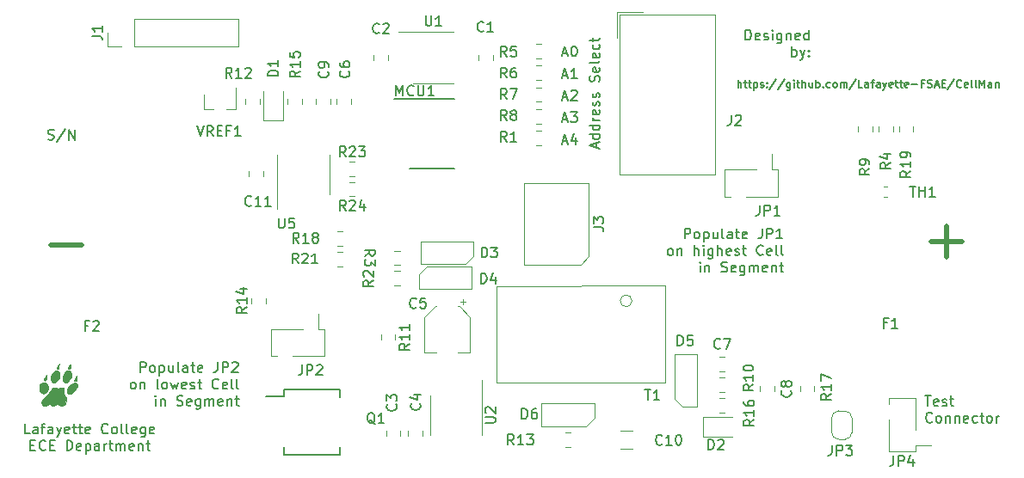
<source format=gbr>
G04 #@! TF.GenerationSoftware,KiCad,Pcbnew,(5.1.4)-1*
G04 #@! TF.CreationDate,2020-02-04T12:11:03-05:00*
G04 #@! TF.ProjectId,CellMan,43656c6c-4d61-46e2-9e6b-696361645f70,2.0*
G04 #@! TF.SameCoordinates,Original*
G04 #@! TF.FileFunction,Legend,Top*
G04 #@! TF.FilePolarity,Positive*
%FSLAX46Y46*%
G04 Gerber Fmt 4.6, Leading zero omitted, Abs format (unit mm)*
G04 Created by KiCad (PCBNEW (5.1.4)-1) date 2020-02-04 12:11:03*
%MOMM*%
%LPD*%
G04 APERTURE LIST*
%ADD10C,0.150000*%
%ADD11C,0.190500*%
%ADD12C,0.500000*%
%ADD13C,0.120000*%
%ADD14C,0.010000*%
G04 APERTURE END LIST*
D10*
X105112976Y-117542380D02*
X105112976Y-116542380D01*
X105493928Y-116542380D01*
X105589166Y-116590000D01*
X105636785Y-116637619D01*
X105684404Y-116732857D01*
X105684404Y-116875714D01*
X105636785Y-116970952D01*
X105589166Y-117018571D01*
X105493928Y-117066190D01*
X105112976Y-117066190D01*
X106255833Y-117542380D02*
X106160595Y-117494761D01*
X106112976Y-117447142D01*
X106065357Y-117351904D01*
X106065357Y-117066190D01*
X106112976Y-116970952D01*
X106160595Y-116923333D01*
X106255833Y-116875714D01*
X106398690Y-116875714D01*
X106493928Y-116923333D01*
X106541547Y-116970952D01*
X106589166Y-117066190D01*
X106589166Y-117351904D01*
X106541547Y-117447142D01*
X106493928Y-117494761D01*
X106398690Y-117542380D01*
X106255833Y-117542380D01*
X107017738Y-116875714D02*
X107017738Y-117875714D01*
X107017738Y-116923333D02*
X107112976Y-116875714D01*
X107303452Y-116875714D01*
X107398690Y-116923333D01*
X107446309Y-116970952D01*
X107493928Y-117066190D01*
X107493928Y-117351904D01*
X107446309Y-117447142D01*
X107398690Y-117494761D01*
X107303452Y-117542380D01*
X107112976Y-117542380D01*
X107017738Y-117494761D01*
X108351071Y-116875714D02*
X108351071Y-117542380D01*
X107922500Y-116875714D02*
X107922500Y-117399523D01*
X107970119Y-117494761D01*
X108065357Y-117542380D01*
X108208214Y-117542380D01*
X108303452Y-117494761D01*
X108351071Y-117447142D01*
X108970119Y-117542380D02*
X108874880Y-117494761D01*
X108827261Y-117399523D01*
X108827261Y-116542380D01*
X109779642Y-117542380D02*
X109779642Y-117018571D01*
X109732023Y-116923333D01*
X109636785Y-116875714D01*
X109446309Y-116875714D01*
X109351071Y-116923333D01*
X109779642Y-117494761D02*
X109684404Y-117542380D01*
X109446309Y-117542380D01*
X109351071Y-117494761D01*
X109303452Y-117399523D01*
X109303452Y-117304285D01*
X109351071Y-117209047D01*
X109446309Y-117161428D01*
X109684404Y-117161428D01*
X109779642Y-117113809D01*
X110112976Y-116875714D02*
X110493928Y-116875714D01*
X110255833Y-116542380D02*
X110255833Y-117399523D01*
X110303452Y-117494761D01*
X110398690Y-117542380D01*
X110493928Y-117542380D01*
X111208214Y-117494761D02*
X111112976Y-117542380D01*
X110922500Y-117542380D01*
X110827261Y-117494761D01*
X110779642Y-117399523D01*
X110779642Y-117018571D01*
X110827261Y-116923333D01*
X110922500Y-116875714D01*
X111112976Y-116875714D01*
X111208214Y-116923333D01*
X111255833Y-117018571D01*
X111255833Y-117113809D01*
X110779642Y-117209047D01*
X112732023Y-116542380D02*
X112732023Y-117256666D01*
X112684404Y-117399523D01*
X112589166Y-117494761D01*
X112446309Y-117542380D01*
X112351071Y-117542380D01*
X113208214Y-117542380D02*
X113208214Y-116542380D01*
X113589166Y-116542380D01*
X113684404Y-116590000D01*
X113732023Y-116637619D01*
X113779642Y-116732857D01*
X113779642Y-116875714D01*
X113732023Y-116970952D01*
X113684404Y-117018571D01*
X113589166Y-117066190D01*
X113208214Y-117066190D01*
X114160595Y-116637619D02*
X114208214Y-116590000D01*
X114303452Y-116542380D01*
X114541547Y-116542380D01*
X114636785Y-116590000D01*
X114684404Y-116637619D01*
X114732023Y-116732857D01*
X114732023Y-116828095D01*
X114684404Y-116970952D01*
X114112976Y-117542380D01*
X114732023Y-117542380D01*
X104351071Y-119192380D02*
X104255833Y-119144761D01*
X104208214Y-119097142D01*
X104160595Y-119001904D01*
X104160595Y-118716190D01*
X104208214Y-118620952D01*
X104255833Y-118573333D01*
X104351071Y-118525714D01*
X104493928Y-118525714D01*
X104589166Y-118573333D01*
X104636785Y-118620952D01*
X104684404Y-118716190D01*
X104684404Y-119001904D01*
X104636785Y-119097142D01*
X104589166Y-119144761D01*
X104493928Y-119192380D01*
X104351071Y-119192380D01*
X105112976Y-118525714D02*
X105112976Y-119192380D01*
X105112976Y-118620952D02*
X105160595Y-118573333D01*
X105255833Y-118525714D01*
X105398690Y-118525714D01*
X105493928Y-118573333D01*
X105541547Y-118668571D01*
X105541547Y-119192380D01*
X106922500Y-119192380D02*
X106827261Y-119144761D01*
X106779642Y-119049523D01*
X106779642Y-118192380D01*
X107446309Y-119192380D02*
X107351071Y-119144761D01*
X107303452Y-119097142D01*
X107255833Y-119001904D01*
X107255833Y-118716190D01*
X107303452Y-118620952D01*
X107351071Y-118573333D01*
X107446309Y-118525714D01*
X107589166Y-118525714D01*
X107684404Y-118573333D01*
X107732023Y-118620952D01*
X107779642Y-118716190D01*
X107779642Y-119001904D01*
X107732023Y-119097142D01*
X107684404Y-119144761D01*
X107589166Y-119192380D01*
X107446309Y-119192380D01*
X108112976Y-118525714D02*
X108303452Y-119192380D01*
X108493928Y-118716190D01*
X108684404Y-119192380D01*
X108874880Y-118525714D01*
X109636785Y-119144761D02*
X109541547Y-119192380D01*
X109351071Y-119192380D01*
X109255833Y-119144761D01*
X109208214Y-119049523D01*
X109208214Y-118668571D01*
X109255833Y-118573333D01*
X109351071Y-118525714D01*
X109541547Y-118525714D01*
X109636785Y-118573333D01*
X109684404Y-118668571D01*
X109684404Y-118763809D01*
X109208214Y-118859047D01*
X110065357Y-119144761D02*
X110160595Y-119192380D01*
X110351071Y-119192380D01*
X110446309Y-119144761D01*
X110493928Y-119049523D01*
X110493928Y-119001904D01*
X110446309Y-118906666D01*
X110351071Y-118859047D01*
X110208214Y-118859047D01*
X110112976Y-118811428D01*
X110065357Y-118716190D01*
X110065357Y-118668571D01*
X110112976Y-118573333D01*
X110208214Y-118525714D01*
X110351071Y-118525714D01*
X110446309Y-118573333D01*
X110779642Y-118525714D02*
X111160595Y-118525714D01*
X110922500Y-118192380D02*
X110922500Y-119049523D01*
X110970119Y-119144761D01*
X111065357Y-119192380D01*
X111160595Y-119192380D01*
X112827261Y-119097142D02*
X112779642Y-119144761D01*
X112636785Y-119192380D01*
X112541547Y-119192380D01*
X112398690Y-119144761D01*
X112303452Y-119049523D01*
X112255833Y-118954285D01*
X112208214Y-118763809D01*
X112208214Y-118620952D01*
X112255833Y-118430476D01*
X112303452Y-118335238D01*
X112398690Y-118240000D01*
X112541547Y-118192380D01*
X112636785Y-118192380D01*
X112779642Y-118240000D01*
X112827261Y-118287619D01*
X113636785Y-119144761D02*
X113541547Y-119192380D01*
X113351071Y-119192380D01*
X113255833Y-119144761D01*
X113208214Y-119049523D01*
X113208214Y-118668571D01*
X113255833Y-118573333D01*
X113351071Y-118525714D01*
X113541547Y-118525714D01*
X113636785Y-118573333D01*
X113684404Y-118668571D01*
X113684404Y-118763809D01*
X113208214Y-118859047D01*
X114255833Y-119192380D02*
X114160595Y-119144761D01*
X114112976Y-119049523D01*
X114112976Y-118192380D01*
X114779642Y-119192380D02*
X114684404Y-119144761D01*
X114636785Y-119049523D01*
X114636785Y-118192380D01*
X106636785Y-120842380D02*
X106636785Y-120175714D01*
X106636785Y-119842380D02*
X106589166Y-119890000D01*
X106636785Y-119937619D01*
X106684404Y-119890000D01*
X106636785Y-119842380D01*
X106636785Y-119937619D01*
X107112976Y-120175714D02*
X107112976Y-120842380D01*
X107112976Y-120270952D02*
X107160595Y-120223333D01*
X107255833Y-120175714D01*
X107398690Y-120175714D01*
X107493928Y-120223333D01*
X107541547Y-120318571D01*
X107541547Y-120842380D01*
X108732023Y-120794761D02*
X108874880Y-120842380D01*
X109112976Y-120842380D01*
X109208214Y-120794761D01*
X109255833Y-120747142D01*
X109303452Y-120651904D01*
X109303452Y-120556666D01*
X109255833Y-120461428D01*
X109208214Y-120413809D01*
X109112976Y-120366190D01*
X108922500Y-120318571D01*
X108827261Y-120270952D01*
X108779642Y-120223333D01*
X108732023Y-120128095D01*
X108732023Y-120032857D01*
X108779642Y-119937619D01*
X108827261Y-119890000D01*
X108922500Y-119842380D01*
X109160595Y-119842380D01*
X109303452Y-119890000D01*
X110112976Y-120794761D02*
X110017738Y-120842380D01*
X109827261Y-120842380D01*
X109732023Y-120794761D01*
X109684404Y-120699523D01*
X109684404Y-120318571D01*
X109732023Y-120223333D01*
X109827261Y-120175714D01*
X110017738Y-120175714D01*
X110112976Y-120223333D01*
X110160595Y-120318571D01*
X110160595Y-120413809D01*
X109684404Y-120509047D01*
X111017738Y-120175714D02*
X111017738Y-120985238D01*
X110970119Y-121080476D01*
X110922500Y-121128095D01*
X110827261Y-121175714D01*
X110684404Y-121175714D01*
X110589166Y-121128095D01*
X111017738Y-120794761D02*
X110922500Y-120842380D01*
X110732023Y-120842380D01*
X110636785Y-120794761D01*
X110589166Y-120747142D01*
X110541547Y-120651904D01*
X110541547Y-120366190D01*
X110589166Y-120270952D01*
X110636785Y-120223333D01*
X110732023Y-120175714D01*
X110922500Y-120175714D01*
X111017738Y-120223333D01*
X111493928Y-120842380D02*
X111493928Y-120175714D01*
X111493928Y-120270952D02*
X111541547Y-120223333D01*
X111636785Y-120175714D01*
X111779642Y-120175714D01*
X111874880Y-120223333D01*
X111922500Y-120318571D01*
X111922500Y-120842380D01*
X111922500Y-120318571D02*
X111970119Y-120223333D01*
X112065357Y-120175714D01*
X112208214Y-120175714D01*
X112303452Y-120223333D01*
X112351071Y-120318571D01*
X112351071Y-120842380D01*
X113208214Y-120794761D02*
X113112976Y-120842380D01*
X112922500Y-120842380D01*
X112827261Y-120794761D01*
X112779642Y-120699523D01*
X112779642Y-120318571D01*
X112827261Y-120223333D01*
X112922500Y-120175714D01*
X113112976Y-120175714D01*
X113208214Y-120223333D01*
X113255833Y-120318571D01*
X113255833Y-120413809D01*
X112779642Y-120509047D01*
X113684404Y-120175714D02*
X113684404Y-120842380D01*
X113684404Y-120270952D02*
X113732023Y-120223333D01*
X113827261Y-120175714D01*
X113970119Y-120175714D01*
X114065357Y-120223333D01*
X114112976Y-120318571D01*
X114112976Y-120842380D01*
X114446309Y-120175714D02*
X114827261Y-120175714D01*
X114589166Y-119842380D02*
X114589166Y-120699523D01*
X114636785Y-120794761D01*
X114732023Y-120842380D01*
X114827261Y-120842380D01*
X158682976Y-104372380D02*
X158682976Y-103372380D01*
X159063928Y-103372380D01*
X159159166Y-103420000D01*
X159206785Y-103467619D01*
X159254404Y-103562857D01*
X159254404Y-103705714D01*
X159206785Y-103800952D01*
X159159166Y-103848571D01*
X159063928Y-103896190D01*
X158682976Y-103896190D01*
X159825833Y-104372380D02*
X159730595Y-104324761D01*
X159682976Y-104277142D01*
X159635357Y-104181904D01*
X159635357Y-103896190D01*
X159682976Y-103800952D01*
X159730595Y-103753333D01*
X159825833Y-103705714D01*
X159968690Y-103705714D01*
X160063928Y-103753333D01*
X160111547Y-103800952D01*
X160159166Y-103896190D01*
X160159166Y-104181904D01*
X160111547Y-104277142D01*
X160063928Y-104324761D01*
X159968690Y-104372380D01*
X159825833Y-104372380D01*
X160587738Y-103705714D02*
X160587738Y-104705714D01*
X160587738Y-103753333D02*
X160682976Y-103705714D01*
X160873452Y-103705714D01*
X160968690Y-103753333D01*
X161016309Y-103800952D01*
X161063928Y-103896190D01*
X161063928Y-104181904D01*
X161016309Y-104277142D01*
X160968690Y-104324761D01*
X160873452Y-104372380D01*
X160682976Y-104372380D01*
X160587738Y-104324761D01*
X161921071Y-103705714D02*
X161921071Y-104372380D01*
X161492500Y-103705714D02*
X161492500Y-104229523D01*
X161540119Y-104324761D01*
X161635357Y-104372380D01*
X161778214Y-104372380D01*
X161873452Y-104324761D01*
X161921071Y-104277142D01*
X162540119Y-104372380D02*
X162444880Y-104324761D01*
X162397261Y-104229523D01*
X162397261Y-103372380D01*
X163349642Y-104372380D02*
X163349642Y-103848571D01*
X163302023Y-103753333D01*
X163206785Y-103705714D01*
X163016309Y-103705714D01*
X162921071Y-103753333D01*
X163349642Y-104324761D02*
X163254404Y-104372380D01*
X163016309Y-104372380D01*
X162921071Y-104324761D01*
X162873452Y-104229523D01*
X162873452Y-104134285D01*
X162921071Y-104039047D01*
X163016309Y-103991428D01*
X163254404Y-103991428D01*
X163349642Y-103943809D01*
X163682976Y-103705714D02*
X164063928Y-103705714D01*
X163825833Y-103372380D02*
X163825833Y-104229523D01*
X163873452Y-104324761D01*
X163968690Y-104372380D01*
X164063928Y-104372380D01*
X164778214Y-104324761D02*
X164682976Y-104372380D01*
X164492500Y-104372380D01*
X164397261Y-104324761D01*
X164349642Y-104229523D01*
X164349642Y-103848571D01*
X164397261Y-103753333D01*
X164492500Y-103705714D01*
X164682976Y-103705714D01*
X164778214Y-103753333D01*
X164825833Y-103848571D01*
X164825833Y-103943809D01*
X164349642Y-104039047D01*
X166302023Y-103372380D02*
X166302023Y-104086666D01*
X166254404Y-104229523D01*
X166159166Y-104324761D01*
X166016309Y-104372380D01*
X165921071Y-104372380D01*
X166778214Y-104372380D02*
X166778214Y-103372380D01*
X167159166Y-103372380D01*
X167254404Y-103420000D01*
X167302023Y-103467619D01*
X167349642Y-103562857D01*
X167349642Y-103705714D01*
X167302023Y-103800952D01*
X167254404Y-103848571D01*
X167159166Y-103896190D01*
X166778214Y-103896190D01*
X168302023Y-104372380D02*
X167730595Y-104372380D01*
X168016309Y-104372380D02*
X168016309Y-103372380D01*
X167921071Y-103515238D01*
X167825833Y-103610476D01*
X167730595Y-103658095D01*
X157206785Y-106022380D02*
X157111547Y-105974761D01*
X157063928Y-105927142D01*
X157016309Y-105831904D01*
X157016309Y-105546190D01*
X157063928Y-105450952D01*
X157111547Y-105403333D01*
X157206785Y-105355714D01*
X157349642Y-105355714D01*
X157444880Y-105403333D01*
X157492500Y-105450952D01*
X157540119Y-105546190D01*
X157540119Y-105831904D01*
X157492500Y-105927142D01*
X157444880Y-105974761D01*
X157349642Y-106022380D01*
X157206785Y-106022380D01*
X157968690Y-105355714D02*
X157968690Y-106022380D01*
X157968690Y-105450952D02*
X158016309Y-105403333D01*
X158111547Y-105355714D01*
X158254404Y-105355714D01*
X158349642Y-105403333D01*
X158397261Y-105498571D01*
X158397261Y-106022380D01*
X159635357Y-106022380D02*
X159635357Y-105022380D01*
X160063928Y-106022380D02*
X160063928Y-105498571D01*
X160016309Y-105403333D01*
X159921071Y-105355714D01*
X159778214Y-105355714D01*
X159682976Y-105403333D01*
X159635357Y-105450952D01*
X160540119Y-106022380D02*
X160540119Y-105355714D01*
X160540119Y-105022380D02*
X160492500Y-105070000D01*
X160540119Y-105117619D01*
X160587738Y-105070000D01*
X160540119Y-105022380D01*
X160540119Y-105117619D01*
X161444880Y-105355714D02*
X161444880Y-106165238D01*
X161397261Y-106260476D01*
X161349642Y-106308095D01*
X161254404Y-106355714D01*
X161111547Y-106355714D01*
X161016309Y-106308095D01*
X161444880Y-105974761D02*
X161349642Y-106022380D01*
X161159166Y-106022380D01*
X161063928Y-105974761D01*
X161016309Y-105927142D01*
X160968690Y-105831904D01*
X160968690Y-105546190D01*
X161016309Y-105450952D01*
X161063928Y-105403333D01*
X161159166Y-105355714D01*
X161349642Y-105355714D01*
X161444880Y-105403333D01*
X161921071Y-106022380D02*
X161921071Y-105022380D01*
X162349642Y-106022380D02*
X162349642Y-105498571D01*
X162302023Y-105403333D01*
X162206785Y-105355714D01*
X162063928Y-105355714D01*
X161968690Y-105403333D01*
X161921071Y-105450952D01*
X163206785Y-105974761D02*
X163111547Y-106022380D01*
X162921071Y-106022380D01*
X162825833Y-105974761D01*
X162778214Y-105879523D01*
X162778214Y-105498571D01*
X162825833Y-105403333D01*
X162921071Y-105355714D01*
X163111547Y-105355714D01*
X163206785Y-105403333D01*
X163254404Y-105498571D01*
X163254404Y-105593809D01*
X162778214Y-105689047D01*
X163635357Y-105974761D02*
X163730595Y-106022380D01*
X163921071Y-106022380D01*
X164016309Y-105974761D01*
X164063928Y-105879523D01*
X164063928Y-105831904D01*
X164016309Y-105736666D01*
X163921071Y-105689047D01*
X163778214Y-105689047D01*
X163682976Y-105641428D01*
X163635357Y-105546190D01*
X163635357Y-105498571D01*
X163682976Y-105403333D01*
X163778214Y-105355714D01*
X163921071Y-105355714D01*
X164016309Y-105403333D01*
X164349642Y-105355714D02*
X164730595Y-105355714D01*
X164492500Y-105022380D02*
X164492500Y-105879523D01*
X164540119Y-105974761D01*
X164635357Y-106022380D01*
X164730595Y-106022380D01*
X166397261Y-105927142D02*
X166349642Y-105974761D01*
X166206785Y-106022380D01*
X166111547Y-106022380D01*
X165968690Y-105974761D01*
X165873452Y-105879523D01*
X165825833Y-105784285D01*
X165778214Y-105593809D01*
X165778214Y-105450952D01*
X165825833Y-105260476D01*
X165873452Y-105165238D01*
X165968690Y-105070000D01*
X166111547Y-105022380D01*
X166206785Y-105022380D01*
X166349642Y-105070000D01*
X166397261Y-105117619D01*
X167206785Y-105974761D02*
X167111547Y-106022380D01*
X166921071Y-106022380D01*
X166825833Y-105974761D01*
X166778214Y-105879523D01*
X166778214Y-105498571D01*
X166825833Y-105403333D01*
X166921071Y-105355714D01*
X167111547Y-105355714D01*
X167206785Y-105403333D01*
X167254404Y-105498571D01*
X167254404Y-105593809D01*
X166778214Y-105689047D01*
X167825833Y-106022380D02*
X167730595Y-105974761D01*
X167682976Y-105879523D01*
X167682976Y-105022380D01*
X168349642Y-106022380D02*
X168254404Y-105974761D01*
X168206785Y-105879523D01*
X168206785Y-105022380D01*
X160206785Y-107672380D02*
X160206785Y-107005714D01*
X160206785Y-106672380D02*
X160159166Y-106720000D01*
X160206785Y-106767619D01*
X160254404Y-106720000D01*
X160206785Y-106672380D01*
X160206785Y-106767619D01*
X160682976Y-107005714D02*
X160682976Y-107672380D01*
X160682976Y-107100952D02*
X160730595Y-107053333D01*
X160825833Y-107005714D01*
X160968690Y-107005714D01*
X161063928Y-107053333D01*
X161111547Y-107148571D01*
X161111547Y-107672380D01*
X162302023Y-107624761D02*
X162444880Y-107672380D01*
X162682976Y-107672380D01*
X162778214Y-107624761D01*
X162825833Y-107577142D01*
X162873452Y-107481904D01*
X162873452Y-107386666D01*
X162825833Y-107291428D01*
X162778214Y-107243809D01*
X162682976Y-107196190D01*
X162492500Y-107148571D01*
X162397261Y-107100952D01*
X162349642Y-107053333D01*
X162302023Y-106958095D01*
X162302023Y-106862857D01*
X162349642Y-106767619D01*
X162397261Y-106720000D01*
X162492500Y-106672380D01*
X162730595Y-106672380D01*
X162873452Y-106720000D01*
X163682976Y-107624761D02*
X163587738Y-107672380D01*
X163397261Y-107672380D01*
X163302023Y-107624761D01*
X163254404Y-107529523D01*
X163254404Y-107148571D01*
X163302023Y-107053333D01*
X163397261Y-107005714D01*
X163587738Y-107005714D01*
X163682976Y-107053333D01*
X163730595Y-107148571D01*
X163730595Y-107243809D01*
X163254404Y-107339047D01*
X164587738Y-107005714D02*
X164587738Y-107815238D01*
X164540119Y-107910476D01*
X164492500Y-107958095D01*
X164397261Y-108005714D01*
X164254404Y-108005714D01*
X164159166Y-107958095D01*
X164587738Y-107624761D02*
X164492500Y-107672380D01*
X164302023Y-107672380D01*
X164206785Y-107624761D01*
X164159166Y-107577142D01*
X164111547Y-107481904D01*
X164111547Y-107196190D01*
X164159166Y-107100952D01*
X164206785Y-107053333D01*
X164302023Y-107005714D01*
X164492500Y-107005714D01*
X164587738Y-107053333D01*
X165063928Y-107672380D02*
X165063928Y-107005714D01*
X165063928Y-107100952D02*
X165111547Y-107053333D01*
X165206785Y-107005714D01*
X165349642Y-107005714D01*
X165444880Y-107053333D01*
X165492500Y-107148571D01*
X165492500Y-107672380D01*
X165492500Y-107148571D02*
X165540119Y-107053333D01*
X165635357Y-107005714D01*
X165778214Y-107005714D01*
X165873452Y-107053333D01*
X165921071Y-107148571D01*
X165921071Y-107672380D01*
X166778214Y-107624761D02*
X166682976Y-107672380D01*
X166492500Y-107672380D01*
X166397261Y-107624761D01*
X166349642Y-107529523D01*
X166349642Y-107148571D01*
X166397261Y-107053333D01*
X166492500Y-107005714D01*
X166682976Y-107005714D01*
X166778214Y-107053333D01*
X166825833Y-107148571D01*
X166825833Y-107243809D01*
X166349642Y-107339047D01*
X167254404Y-107005714D02*
X167254404Y-107672380D01*
X167254404Y-107100952D02*
X167302023Y-107053333D01*
X167397261Y-107005714D01*
X167540119Y-107005714D01*
X167635357Y-107053333D01*
X167682976Y-107148571D01*
X167682976Y-107672380D01*
X168016309Y-107005714D02*
X168397261Y-107005714D01*
X168159166Y-106672380D02*
X168159166Y-107529523D01*
X168206785Y-107624761D01*
X168302023Y-107672380D01*
X168397261Y-107672380D01*
X182322738Y-119857380D02*
X182894166Y-119857380D01*
X182608452Y-120857380D02*
X182608452Y-119857380D01*
X183608452Y-120809761D02*
X183513214Y-120857380D01*
X183322738Y-120857380D01*
X183227500Y-120809761D01*
X183179880Y-120714523D01*
X183179880Y-120333571D01*
X183227500Y-120238333D01*
X183322738Y-120190714D01*
X183513214Y-120190714D01*
X183608452Y-120238333D01*
X183656071Y-120333571D01*
X183656071Y-120428809D01*
X183179880Y-120524047D01*
X184037023Y-120809761D02*
X184132261Y-120857380D01*
X184322738Y-120857380D01*
X184417976Y-120809761D01*
X184465595Y-120714523D01*
X184465595Y-120666904D01*
X184417976Y-120571666D01*
X184322738Y-120524047D01*
X184179880Y-120524047D01*
X184084642Y-120476428D01*
X184037023Y-120381190D01*
X184037023Y-120333571D01*
X184084642Y-120238333D01*
X184179880Y-120190714D01*
X184322738Y-120190714D01*
X184417976Y-120238333D01*
X184751309Y-120190714D02*
X185132261Y-120190714D01*
X184894166Y-119857380D02*
X184894166Y-120714523D01*
X184941785Y-120809761D01*
X185037023Y-120857380D01*
X185132261Y-120857380D01*
X183037023Y-122412142D02*
X182989404Y-122459761D01*
X182846547Y-122507380D01*
X182751309Y-122507380D01*
X182608452Y-122459761D01*
X182513214Y-122364523D01*
X182465595Y-122269285D01*
X182417976Y-122078809D01*
X182417976Y-121935952D01*
X182465595Y-121745476D01*
X182513214Y-121650238D01*
X182608452Y-121555000D01*
X182751309Y-121507380D01*
X182846547Y-121507380D01*
X182989404Y-121555000D01*
X183037023Y-121602619D01*
X183608452Y-122507380D02*
X183513214Y-122459761D01*
X183465595Y-122412142D01*
X183417976Y-122316904D01*
X183417976Y-122031190D01*
X183465595Y-121935952D01*
X183513214Y-121888333D01*
X183608452Y-121840714D01*
X183751309Y-121840714D01*
X183846547Y-121888333D01*
X183894166Y-121935952D01*
X183941785Y-122031190D01*
X183941785Y-122316904D01*
X183894166Y-122412142D01*
X183846547Y-122459761D01*
X183751309Y-122507380D01*
X183608452Y-122507380D01*
X184370357Y-121840714D02*
X184370357Y-122507380D01*
X184370357Y-121935952D02*
X184417976Y-121888333D01*
X184513214Y-121840714D01*
X184656071Y-121840714D01*
X184751309Y-121888333D01*
X184798928Y-121983571D01*
X184798928Y-122507380D01*
X185275119Y-121840714D02*
X185275119Y-122507380D01*
X185275119Y-121935952D02*
X185322738Y-121888333D01*
X185417976Y-121840714D01*
X185560833Y-121840714D01*
X185656071Y-121888333D01*
X185703690Y-121983571D01*
X185703690Y-122507380D01*
X186560833Y-122459761D02*
X186465595Y-122507380D01*
X186275119Y-122507380D01*
X186179880Y-122459761D01*
X186132261Y-122364523D01*
X186132261Y-121983571D01*
X186179880Y-121888333D01*
X186275119Y-121840714D01*
X186465595Y-121840714D01*
X186560833Y-121888333D01*
X186608452Y-121983571D01*
X186608452Y-122078809D01*
X186132261Y-122174047D01*
X187465595Y-122459761D02*
X187370357Y-122507380D01*
X187179880Y-122507380D01*
X187084642Y-122459761D01*
X187037023Y-122412142D01*
X186989404Y-122316904D01*
X186989404Y-122031190D01*
X187037023Y-121935952D01*
X187084642Y-121888333D01*
X187179880Y-121840714D01*
X187370357Y-121840714D01*
X187465595Y-121888333D01*
X187751309Y-121840714D02*
X188132261Y-121840714D01*
X187894166Y-121507380D02*
X187894166Y-122364523D01*
X187941785Y-122459761D01*
X188037023Y-122507380D01*
X188132261Y-122507380D01*
X188608452Y-122507380D02*
X188513214Y-122459761D01*
X188465595Y-122412142D01*
X188417976Y-122316904D01*
X188417976Y-122031190D01*
X188465595Y-121935952D01*
X188513214Y-121888333D01*
X188608452Y-121840714D01*
X188751309Y-121840714D01*
X188846547Y-121888333D01*
X188894166Y-121935952D01*
X188941785Y-122031190D01*
X188941785Y-122316904D01*
X188894166Y-122412142D01*
X188846547Y-122459761D01*
X188751309Y-122507380D01*
X188608452Y-122507380D01*
X189370357Y-122507380D02*
X189370357Y-121840714D01*
X189370357Y-122031190D02*
X189417976Y-121935952D01*
X189465595Y-121888333D01*
X189560833Y-121840714D01*
X189656071Y-121840714D01*
X94272857Y-123597380D02*
X93796666Y-123597380D01*
X93796666Y-122597380D01*
X95034761Y-123597380D02*
X95034761Y-123073571D01*
X94987142Y-122978333D01*
X94891904Y-122930714D01*
X94701428Y-122930714D01*
X94606190Y-122978333D01*
X95034761Y-123549761D02*
X94939523Y-123597380D01*
X94701428Y-123597380D01*
X94606190Y-123549761D01*
X94558571Y-123454523D01*
X94558571Y-123359285D01*
X94606190Y-123264047D01*
X94701428Y-123216428D01*
X94939523Y-123216428D01*
X95034761Y-123168809D01*
X95368095Y-122930714D02*
X95749047Y-122930714D01*
X95510952Y-123597380D02*
X95510952Y-122740238D01*
X95558571Y-122645000D01*
X95653809Y-122597380D01*
X95749047Y-122597380D01*
X96510952Y-123597380D02*
X96510952Y-123073571D01*
X96463333Y-122978333D01*
X96368095Y-122930714D01*
X96177619Y-122930714D01*
X96082380Y-122978333D01*
X96510952Y-123549761D02*
X96415714Y-123597380D01*
X96177619Y-123597380D01*
X96082380Y-123549761D01*
X96034761Y-123454523D01*
X96034761Y-123359285D01*
X96082380Y-123264047D01*
X96177619Y-123216428D01*
X96415714Y-123216428D01*
X96510952Y-123168809D01*
X96891904Y-122930714D02*
X97130000Y-123597380D01*
X97368095Y-122930714D02*
X97130000Y-123597380D01*
X97034761Y-123835476D01*
X96987142Y-123883095D01*
X96891904Y-123930714D01*
X98130000Y-123549761D02*
X98034761Y-123597380D01*
X97844285Y-123597380D01*
X97749047Y-123549761D01*
X97701428Y-123454523D01*
X97701428Y-123073571D01*
X97749047Y-122978333D01*
X97844285Y-122930714D01*
X98034761Y-122930714D01*
X98130000Y-122978333D01*
X98177619Y-123073571D01*
X98177619Y-123168809D01*
X97701428Y-123264047D01*
X98463333Y-122930714D02*
X98844285Y-122930714D01*
X98606190Y-122597380D02*
X98606190Y-123454523D01*
X98653809Y-123549761D01*
X98749047Y-123597380D01*
X98844285Y-123597380D01*
X99034761Y-122930714D02*
X99415714Y-122930714D01*
X99177619Y-122597380D02*
X99177619Y-123454523D01*
X99225238Y-123549761D01*
X99320476Y-123597380D01*
X99415714Y-123597380D01*
X100130000Y-123549761D02*
X100034761Y-123597380D01*
X99844285Y-123597380D01*
X99749047Y-123549761D01*
X99701428Y-123454523D01*
X99701428Y-123073571D01*
X99749047Y-122978333D01*
X99844285Y-122930714D01*
X100034761Y-122930714D01*
X100130000Y-122978333D01*
X100177619Y-123073571D01*
X100177619Y-123168809D01*
X99701428Y-123264047D01*
X101939523Y-123502142D02*
X101891904Y-123549761D01*
X101749047Y-123597380D01*
X101653809Y-123597380D01*
X101510952Y-123549761D01*
X101415714Y-123454523D01*
X101368095Y-123359285D01*
X101320476Y-123168809D01*
X101320476Y-123025952D01*
X101368095Y-122835476D01*
X101415714Y-122740238D01*
X101510952Y-122645000D01*
X101653809Y-122597380D01*
X101749047Y-122597380D01*
X101891904Y-122645000D01*
X101939523Y-122692619D01*
X102510952Y-123597380D02*
X102415714Y-123549761D01*
X102368095Y-123502142D01*
X102320476Y-123406904D01*
X102320476Y-123121190D01*
X102368095Y-123025952D01*
X102415714Y-122978333D01*
X102510952Y-122930714D01*
X102653809Y-122930714D01*
X102749047Y-122978333D01*
X102796666Y-123025952D01*
X102844285Y-123121190D01*
X102844285Y-123406904D01*
X102796666Y-123502142D01*
X102749047Y-123549761D01*
X102653809Y-123597380D01*
X102510952Y-123597380D01*
X103415714Y-123597380D02*
X103320476Y-123549761D01*
X103272857Y-123454523D01*
X103272857Y-122597380D01*
X103939523Y-123597380D02*
X103844285Y-123549761D01*
X103796666Y-123454523D01*
X103796666Y-122597380D01*
X104701428Y-123549761D02*
X104606190Y-123597380D01*
X104415714Y-123597380D01*
X104320476Y-123549761D01*
X104272857Y-123454523D01*
X104272857Y-123073571D01*
X104320476Y-122978333D01*
X104415714Y-122930714D01*
X104606190Y-122930714D01*
X104701428Y-122978333D01*
X104749047Y-123073571D01*
X104749047Y-123168809D01*
X104272857Y-123264047D01*
X105606190Y-122930714D02*
X105606190Y-123740238D01*
X105558571Y-123835476D01*
X105510952Y-123883095D01*
X105415714Y-123930714D01*
X105272857Y-123930714D01*
X105177619Y-123883095D01*
X105606190Y-123549761D02*
X105510952Y-123597380D01*
X105320476Y-123597380D01*
X105225238Y-123549761D01*
X105177619Y-123502142D01*
X105130000Y-123406904D01*
X105130000Y-123121190D01*
X105177619Y-123025952D01*
X105225238Y-122978333D01*
X105320476Y-122930714D01*
X105510952Y-122930714D01*
X105606190Y-122978333D01*
X106463333Y-123549761D02*
X106368095Y-123597380D01*
X106177619Y-123597380D01*
X106082380Y-123549761D01*
X106034761Y-123454523D01*
X106034761Y-123073571D01*
X106082380Y-122978333D01*
X106177619Y-122930714D01*
X106368095Y-122930714D01*
X106463333Y-122978333D01*
X106510952Y-123073571D01*
X106510952Y-123168809D01*
X106034761Y-123264047D01*
X94320476Y-124723571D02*
X94653809Y-124723571D01*
X94796666Y-125247380D02*
X94320476Y-125247380D01*
X94320476Y-124247380D01*
X94796666Y-124247380D01*
X95796666Y-125152142D02*
X95749047Y-125199761D01*
X95606190Y-125247380D01*
X95510952Y-125247380D01*
X95368095Y-125199761D01*
X95272857Y-125104523D01*
X95225238Y-125009285D01*
X95177619Y-124818809D01*
X95177619Y-124675952D01*
X95225238Y-124485476D01*
X95272857Y-124390238D01*
X95368095Y-124295000D01*
X95510952Y-124247380D01*
X95606190Y-124247380D01*
X95749047Y-124295000D01*
X95796666Y-124342619D01*
X96225238Y-124723571D02*
X96558571Y-124723571D01*
X96701428Y-125247380D02*
X96225238Y-125247380D01*
X96225238Y-124247380D01*
X96701428Y-124247380D01*
X97891904Y-125247380D02*
X97891904Y-124247380D01*
X98130000Y-124247380D01*
X98272857Y-124295000D01*
X98368095Y-124390238D01*
X98415714Y-124485476D01*
X98463333Y-124675952D01*
X98463333Y-124818809D01*
X98415714Y-125009285D01*
X98368095Y-125104523D01*
X98272857Y-125199761D01*
X98130000Y-125247380D01*
X97891904Y-125247380D01*
X99272857Y-125199761D02*
X99177619Y-125247380D01*
X98987142Y-125247380D01*
X98891904Y-125199761D01*
X98844285Y-125104523D01*
X98844285Y-124723571D01*
X98891904Y-124628333D01*
X98987142Y-124580714D01*
X99177619Y-124580714D01*
X99272857Y-124628333D01*
X99320476Y-124723571D01*
X99320476Y-124818809D01*
X98844285Y-124914047D01*
X99749047Y-124580714D02*
X99749047Y-125580714D01*
X99749047Y-124628333D02*
X99844285Y-124580714D01*
X100034761Y-124580714D01*
X100130000Y-124628333D01*
X100177619Y-124675952D01*
X100225238Y-124771190D01*
X100225238Y-125056904D01*
X100177619Y-125152142D01*
X100130000Y-125199761D01*
X100034761Y-125247380D01*
X99844285Y-125247380D01*
X99749047Y-125199761D01*
X101082380Y-125247380D02*
X101082380Y-124723571D01*
X101034761Y-124628333D01*
X100939523Y-124580714D01*
X100749047Y-124580714D01*
X100653809Y-124628333D01*
X101082380Y-125199761D02*
X100987142Y-125247380D01*
X100749047Y-125247380D01*
X100653809Y-125199761D01*
X100606190Y-125104523D01*
X100606190Y-125009285D01*
X100653809Y-124914047D01*
X100749047Y-124866428D01*
X100987142Y-124866428D01*
X101082380Y-124818809D01*
X101558571Y-125247380D02*
X101558571Y-124580714D01*
X101558571Y-124771190D02*
X101606190Y-124675952D01*
X101653809Y-124628333D01*
X101749047Y-124580714D01*
X101844285Y-124580714D01*
X102034761Y-124580714D02*
X102415714Y-124580714D01*
X102177619Y-124247380D02*
X102177619Y-125104523D01*
X102225238Y-125199761D01*
X102320476Y-125247380D01*
X102415714Y-125247380D01*
X102749047Y-125247380D02*
X102749047Y-124580714D01*
X102749047Y-124675952D02*
X102796666Y-124628333D01*
X102891904Y-124580714D01*
X103034761Y-124580714D01*
X103130000Y-124628333D01*
X103177619Y-124723571D01*
X103177619Y-125247380D01*
X103177619Y-124723571D02*
X103225238Y-124628333D01*
X103320476Y-124580714D01*
X103463333Y-124580714D01*
X103558571Y-124628333D01*
X103606190Y-124723571D01*
X103606190Y-125247380D01*
X104463333Y-125199761D02*
X104368095Y-125247380D01*
X104177619Y-125247380D01*
X104082380Y-125199761D01*
X104034761Y-125104523D01*
X104034761Y-124723571D01*
X104082380Y-124628333D01*
X104177619Y-124580714D01*
X104368095Y-124580714D01*
X104463333Y-124628333D01*
X104510952Y-124723571D01*
X104510952Y-124818809D01*
X104034761Y-124914047D01*
X104939523Y-124580714D02*
X104939523Y-125247380D01*
X104939523Y-124675952D02*
X104987142Y-124628333D01*
X105082380Y-124580714D01*
X105225238Y-124580714D01*
X105320476Y-124628333D01*
X105368095Y-124723571D01*
X105368095Y-125247380D01*
X105701428Y-124580714D02*
X106082380Y-124580714D01*
X105844285Y-124247380D02*
X105844285Y-125104523D01*
X105891904Y-125199761D01*
X105987142Y-125247380D01*
X106082380Y-125247380D01*
X146665714Y-94805666D02*
X147141904Y-94805666D01*
X146570476Y-95091380D02*
X146903809Y-94091380D01*
X147237142Y-95091380D01*
X147999047Y-94424714D02*
X147999047Y-95091380D01*
X147760952Y-94043761D02*
X147522857Y-94758047D01*
X148141904Y-94758047D01*
X146665714Y-92636916D02*
X147141904Y-92636916D01*
X146570476Y-92922630D02*
X146903809Y-91922630D01*
X147237142Y-92922630D01*
X147475238Y-91922630D02*
X148094285Y-91922630D01*
X147760952Y-92303583D01*
X147903809Y-92303583D01*
X147999047Y-92351202D01*
X148046666Y-92398821D01*
X148094285Y-92494059D01*
X148094285Y-92732154D01*
X148046666Y-92827392D01*
X147999047Y-92875011D01*
X147903809Y-92922630D01*
X147618095Y-92922630D01*
X147522857Y-92875011D01*
X147475238Y-92827392D01*
X146665714Y-90468166D02*
X147141904Y-90468166D01*
X146570476Y-90753880D02*
X146903809Y-89753880D01*
X147237142Y-90753880D01*
X147522857Y-89849119D02*
X147570476Y-89801500D01*
X147665714Y-89753880D01*
X147903809Y-89753880D01*
X147999047Y-89801500D01*
X148046666Y-89849119D01*
X148094285Y-89944357D01*
X148094285Y-90039595D01*
X148046666Y-90182452D01*
X147475238Y-90753880D01*
X148094285Y-90753880D01*
X146665714Y-88299416D02*
X147141904Y-88299416D01*
X146570476Y-88585130D02*
X146903809Y-87585130D01*
X147237142Y-88585130D01*
X148094285Y-88585130D02*
X147522857Y-88585130D01*
X147808571Y-88585130D02*
X147808571Y-87585130D01*
X147713333Y-87727988D01*
X147618095Y-87823226D01*
X147522857Y-87870845D01*
X146665714Y-86130666D02*
X147141904Y-86130666D01*
X146570476Y-86416380D02*
X146903809Y-85416380D01*
X147237142Y-86416380D01*
X147760952Y-85416380D02*
X147856190Y-85416380D01*
X147951428Y-85464000D01*
X147999047Y-85511619D01*
X148046666Y-85606857D01*
X148094285Y-85797333D01*
X148094285Y-86035428D01*
X148046666Y-86225904D01*
X147999047Y-86321142D01*
X147951428Y-86368761D01*
X147856190Y-86416380D01*
X147760952Y-86416380D01*
X147665714Y-86368761D01*
X147618095Y-86321142D01*
X147570476Y-86225904D01*
X147522857Y-86035428D01*
X147522857Y-85797333D01*
X147570476Y-85606857D01*
X147618095Y-85511619D01*
X147665714Y-85464000D01*
X147760952Y-85416380D01*
X150026666Y-95442023D02*
X150026666Y-94965833D01*
X150312380Y-95537261D02*
X149312380Y-95203928D01*
X150312380Y-94870595D01*
X150312380Y-94108690D02*
X149312380Y-94108690D01*
X150264761Y-94108690D02*
X150312380Y-94203928D01*
X150312380Y-94394404D01*
X150264761Y-94489642D01*
X150217142Y-94537261D01*
X150121904Y-94584880D01*
X149836190Y-94584880D01*
X149740952Y-94537261D01*
X149693333Y-94489642D01*
X149645714Y-94394404D01*
X149645714Y-94203928D01*
X149693333Y-94108690D01*
X150312380Y-93203928D02*
X149312380Y-93203928D01*
X150264761Y-93203928D02*
X150312380Y-93299166D01*
X150312380Y-93489642D01*
X150264761Y-93584880D01*
X150217142Y-93632500D01*
X150121904Y-93680119D01*
X149836190Y-93680119D01*
X149740952Y-93632500D01*
X149693333Y-93584880D01*
X149645714Y-93489642D01*
X149645714Y-93299166D01*
X149693333Y-93203928D01*
X150312380Y-92727738D02*
X149645714Y-92727738D01*
X149836190Y-92727738D02*
X149740952Y-92680119D01*
X149693333Y-92632500D01*
X149645714Y-92537261D01*
X149645714Y-92442023D01*
X150264761Y-91727738D02*
X150312380Y-91822976D01*
X150312380Y-92013452D01*
X150264761Y-92108690D01*
X150169523Y-92156309D01*
X149788571Y-92156309D01*
X149693333Y-92108690D01*
X149645714Y-92013452D01*
X149645714Y-91822976D01*
X149693333Y-91727738D01*
X149788571Y-91680119D01*
X149883809Y-91680119D01*
X149979047Y-92156309D01*
X150264761Y-91299166D02*
X150312380Y-91203928D01*
X150312380Y-91013452D01*
X150264761Y-90918214D01*
X150169523Y-90870595D01*
X150121904Y-90870595D01*
X150026666Y-90918214D01*
X149979047Y-91013452D01*
X149979047Y-91156309D01*
X149931428Y-91251547D01*
X149836190Y-91299166D01*
X149788571Y-91299166D01*
X149693333Y-91251547D01*
X149645714Y-91156309D01*
X149645714Y-91013452D01*
X149693333Y-90918214D01*
X150264761Y-90489642D02*
X150312380Y-90394404D01*
X150312380Y-90203928D01*
X150264761Y-90108690D01*
X150169523Y-90061071D01*
X150121904Y-90061071D01*
X150026666Y-90108690D01*
X149979047Y-90203928D01*
X149979047Y-90346785D01*
X149931428Y-90442023D01*
X149836190Y-90489642D01*
X149788571Y-90489642D01*
X149693333Y-90442023D01*
X149645714Y-90346785D01*
X149645714Y-90203928D01*
X149693333Y-90108690D01*
X150264761Y-88918214D02*
X150312380Y-88775357D01*
X150312380Y-88537261D01*
X150264761Y-88442023D01*
X150217142Y-88394404D01*
X150121904Y-88346785D01*
X150026666Y-88346785D01*
X149931428Y-88394404D01*
X149883809Y-88442023D01*
X149836190Y-88537261D01*
X149788571Y-88727738D01*
X149740952Y-88822976D01*
X149693333Y-88870595D01*
X149598095Y-88918214D01*
X149502857Y-88918214D01*
X149407619Y-88870595D01*
X149360000Y-88822976D01*
X149312380Y-88727738D01*
X149312380Y-88489642D01*
X149360000Y-88346785D01*
X150264761Y-87537261D02*
X150312380Y-87632500D01*
X150312380Y-87822976D01*
X150264761Y-87918214D01*
X150169523Y-87965833D01*
X149788571Y-87965833D01*
X149693333Y-87918214D01*
X149645714Y-87822976D01*
X149645714Y-87632500D01*
X149693333Y-87537261D01*
X149788571Y-87489642D01*
X149883809Y-87489642D01*
X149979047Y-87965833D01*
X150312380Y-86918214D02*
X150264761Y-87013452D01*
X150169523Y-87061071D01*
X149312380Y-87061071D01*
X150264761Y-86156309D02*
X150312380Y-86251547D01*
X150312380Y-86442023D01*
X150264761Y-86537261D01*
X150169523Y-86584880D01*
X149788571Y-86584880D01*
X149693333Y-86537261D01*
X149645714Y-86442023D01*
X149645714Y-86251547D01*
X149693333Y-86156309D01*
X149788571Y-86108690D01*
X149883809Y-86108690D01*
X149979047Y-86584880D01*
X150264761Y-85251547D02*
X150312380Y-85346785D01*
X150312380Y-85537261D01*
X150264761Y-85632500D01*
X150217142Y-85680119D01*
X150121904Y-85727738D01*
X149836190Y-85727738D01*
X149740952Y-85680119D01*
X149693333Y-85632500D01*
X149645714Y-85537261D01*
X149645714Y-85346785D01*
X149693333Y-85251547D01*
X149645714Y-84965833D02*
X149645714Y-84584880D01*
X149312380Y-84822976D02*
X150169523Y-84822976D01*
X150264761Y-84775357D01*
X150312380Y-84680119D01*
X150312380Y-84584880D01*
X164666309Y-84817380D02*
X164666309Y-83817380D01*
X164904404Y-83817380D01*
X165047261Y-83865000D01*
X165142500Y-83960238D01*
X165190119Y-84055476D01*
X165237738Y-84245952D01*
X165237738Y-84388809D01*
X165190119Y-84579285D01*
X165142500Y-84674523D01*
X165047261Y-84769761D01*
X164904404Y-84817380D01*
X164666309Y-84817380D01*
X166047261Y-84769761D02*
X165952023Y-84817380D01*
X165761547Y-84817380D01*
X165666309Y-84769761D01*
X165618690Y-84674523D01*
X165618690Y-84293571D01*
X165666309Y-84198333D01*
X165761547Y-84150714D01*
X165952023Y-84150714D01*
X166047261Y-84198333D01*
X166094880Y-84293571D01*
X166094880Y-84388809D01*
X165618690Y-84484047D01*
X166475833Y-84769761D02*
X166571071Y-84817380D01*
X166761547Y-84817380D01*
X166856785Y-84769761D01*
X166904404Y-84674523D01*
X166904404Y-84626904D01*
X166856785Y-84531666D01*
X166761547Y-84484047D01*
X166618690Y-84484047D01*
X166523452Y-84436428D01*
X166475833Y-84341190D01*
X166475833Y-84293571D01*
X166523452Y-84198333D01*
X166618690Y-84150714D01*
X166761547Y-84150714D01*
X166856785Y-84198333D01*
X167332976Y-84817380D02*
X167332976Y-84150714D01*
X167332976Y-83817380D02*
X167285357Y-83865000D01*
X167332976Y-83912619D01*
X167380595Y-83865000D01*
X167332976Y-83817380D01*
X167332976Y-83912619D01*
X168237738Y-84150714D02*
X168237738Y-84960238D01*
X168190119Y-85055476D01*
X168142500Y-85103095D01*
X168047261Y-85150714D01*
X167904404Y-85150714D01*
X167809166Y-85103095D01*
X168237738Y-84769761D02*
X168142500Y-84817380D01*
X167952023Y-84817380D01*
X167856785Y-84769761D01*
X167809166Y-84722142D01*
X167761547Y-84626904D01*
X167761547Y-84341190D01*
X167809166Y-84245952D01*
X167856785Y-84198333D01*
X167952023Y-84150714D01*
X168142500Y-84150714D01*
X168237738Y-84198333D01*
X168713928Y-84150714D02*
X168713928Y-84817380D01*
X168713928Y-84245952D02*
X168761547Y-84198333D01*
X168856785Y-84150714D01*
X168999642Y-84150714D01*
X169094880Y-84198333D01*
X169142500Y-84293571D01*
X169142500Y-84817380D01*
X169999642Y-84769761D02*
X169904404Y-84817380D01*
X169713928Y-84817380D01*
X169618690Y-84769761D01*
X169571071Y-84674523D01*
X169571071Y-84293571D01*
X169618690Y-84198333D01*
X169713928Y-84150714D01*
X169904404Y-84150714D01*
X169999642Y-84198333D01*
X170047261Y-84293571D01*
X170047261Y-84388809D01*
X169571071Y-84484047D01*
X170904404Y-84817380D02*
X170904404Y-83817380D01*
X170904404Y-84769761D02*
X170809166Y-84817380D01*
X170618690Y-84817380D01*
X170523452Y-84769761D01*
X170475833Y-84722142D01*
X170428214Y-84626904D01*
X170428214Y-84341190D01*
X170475833Y-84245952D01*
X170523452Y-84198333D01*
X170618690Y-84150714D01*
X170809166Y-84150714D01*
X170904404Y-84198333D01*
X169237738Y-86467380D02*
X169237738Y-85467380D01*
X169237738Y-85848333D02*
X169332976Y-85800714D01*
X169523452Y-85800714D01*
X169618690Y-85848333D01*
X169666309Y-85895952D01*
X169713928Y-85991190D01*
X169713928Y-86276904D01*
X169666309Y-86372142D01*
X169618690Y-86419761D01*
X169523452Y-86467380D01*
X169332976Y-86467380D01*
X169237738Y-86419761D01*
X170047261Y-85800714D02*
X170285357Y-86467380D01*
X170523452Y-85800714D02*
X170285357Y-86467380D01*
X170190119Y-86705476D01*
X170142500Y-86753095D01*
X170047261Y-86800714D01*
X170904404Y-86372142D02*
X170952023Y-86419761D01*
X170904404Y-86467380D01*
X170856785Y-86419761D01*
X170904404Y-86372142D01*
X170904404Y-86467380D01*
X170904404Y-85848333D02*
X170952023Y-85895952D01*
X170904404Y-85943571D01*
X170856785Y-85895952D01*
X170904404Y-85848333D01*
X170904404Y-85943571D01*
X96048326Y-94595641D02*
X96191183Y-94643260D01*
X96429279Y-94643260D01*
X96524517Y-94595641D01*
X96572136Y-94548022D01*
X96619755Y-94452784D01*
X96619755Y-94357546D01*
X96572136Y-94262308D01*
X96524517Y-94214689D01*
X96429279Y-94167070D01*
X96238802Y-94119451D01*
X96143564Y-94071832D01*
X96095945Y-94024213D01*
X96048326Y-93928975D01*
X96048326Y-93833737D01*
X96095945Y-93738499D01*
X96143564Y-93690880D01*
X96238802Y-93643260D01*
X96476898Y-93643260D01*
X96619755Y-93690880D01*
X97762612Y-93595641D02*
X96905469Y-94881356D01*
X98095945Y-94643260D02*
X98095945Y-93643260D01*
X98667374Y-94643260D01*
X98667374Y-93643260D01*
D11*
X163933000Y-89494714D02*
X163933000Y-88732714D01*
X164259571Y-89494714D02*
X164259571Y-89095571D01*
X164223285Y-89023000D01*
X164150714Y-88986714D01*
X164041857Y-88986714D01*
X163969285Y-89023000D01*
X163933000Y-89059285D01*
X164513571Y-88986714D02*
X164803857Y-88986714D01*
X164622428Y-88732714D02*
X164622428Y-89385857D01*
X164658714Y-89458428D01*
X164731285Y-89494714D01*
X164803857Y-89494714D01*
X164949000Y-88986714D02*
X165239285Y-88986714D01*
X165057857Y-88732714D02*
X165057857Y-89385857D01*
X165094142Y-89458428D01*
X165166714Y-89494714D01*
X165239285Y-89494714D01*
X165493285Y-88986714D02*
X165493285Y-89748714D01*
X165493285Y-89023000D02*
X165565857Y-88986714D01*
X165711000Y-88986714D01*
X165783571Y-89023000D01*
X165819857Y-89059285D01*
X165856142Y-89131857D01*
X165856142Y-89349571D01*
X165819857Y-89422142D01*
X165783571Y-89458428D01*
X165711000Y-89494714D01*
X165565857Y-89494714D01*
X165493285Y-89458428D01*
X166146428Y-89458428D02*
X166219000Y-89494714D01*
X166364142Y-89494714D01*
X166436714Y-89458428D01*
X166473000Y-89385857D01*
X166473000Y-89349571D01*
X166436714Y-89277000D01*
X166364142Y-89240714D01*
X166255285Y-89240714D01*
X166182714Y-89204428D01*
X166146428Y-89131857D01*
X166146428Y-89095571D01*
X166182714Y-89023000D01*
X166255285Y-88986714D01*
X166364142Y-88986714D01*
X166436714Y-89023000D01*
X166799571Y-89422142D02*
X166835857Y-89458428D01*
X166799571Y-89494714D01*
X166763285Y-89458428D01*
X166799571Y-89422142D01*
X166799571Y-89494714D01*
X166799571Y-89023000D02*
X166835857Y-89059285D01*
X166799571Y-89095571D01*
X166763285Y-89059285D01*
X166799571Y-89023000D01*
X166799571Y-89095571D01*
X167706714Y-88696428D02*
X167053571Y-89676142D01*
X168505000Y-88696428D02*
X167851857Y-89676142D01*
X169085571Y-88986714D02*
X169085571Y-89603571D01*
X169049285Y-89676142D01*
X169013000Y-89712428D01*
X168940428Y-89748714D01*
X168831571Y-89748714D01*
X168759000Y-89712428D01*
X169085571Y-89458428D02*
X169013000Y-89494714D01*
X168867857Y-89494714D01*
X168795285Y-89458428D01*
X168759000Y-89422142D01*
X168722714Y-89349571D01*
X168722714Y-89131857D01*
X168759000Y-89059285D01*
X168795285Y-89023000D01*
X168867857Y-88986714D01*
X169013000Y-88986714D01*
X169085571Y-89023000D01*
X169448428Y-89494714D02*
X169448428Y-88986714D01*
X169448428Y-88732714D02*
X169412142Y-88769000D01*
X169448428Y-88805285D01*
X169484714Y-88769000D01*
X169448428Y-88732714D01*
X169448428Y-88805285D01*
X169702428Y-88986714D02*
X169992714Y-88986714D01*
X169811285Y-88732714D02*
X169811285Y-89385857D01*
X169847571Y-89458428D01*
X169920142Y-89494714D01*
X169992714Y-89494714D01*
X170246714Y-89494714D02*
X170246714Y-88732714D01*
X170573285Y-89494714D02*
X170573285Y-89095571D01*
X170537000Y-89023000D01*
X170464428Y-88986714D01*
X170355571Y-88986714D01*
X170283000Y-89023000D01*
X170246714Y-89059285D01*
X171262714Y-88986714D02*
X171262714Y-89494714D01*
X170936142Y-88986714D02*
X170936142Y-89385857D01*
X170972428Y-89458428D01*
X171045000Y-89494714D01*
X171153857Y-89494714D01*
X171226428Y-89458428D01*
X171262714Y-89422142D01*
X171625571Y-89494714D02*
X171625571Y-88732714D01*
X171625571Y-89023000D02*
X171698142Y-88986714D01*
X171843285Y-88986714D01*
X171915857Y-89023000D01*
X171952142Y-89059285D01*
X171988428Y-89131857D01*
X171988428Y-89349571D01*
X171952142Y-89422142D01*
X171915857Y-89458428D01*
X171843285Y-89494714D01*
X171698142Y-89494714D01*
X171625571Y-89458428D01*
X172315000Y-89422142D02*
X172351285Y-89458428D01*
X172315000Y-89494714D01*
X172278714Y-89458428D01*
X172315000Y-89422142D01*
X172315000Y-89494714D01*
X173004428Y-89458428D02*
X172931857Y-89494714D01*
X172786714Y-89494714D01*
X172714142Y-89458428D01*
X172677857Y-89422142D01*
X172641571Y-89349571D01*
X172641571Y-89131857D01*
X172677857Y-89059285D01*
X172714142Y-89023000D01*
X172786714Y-88986714D01*
X172931857Y-88986714D01*
X173004428Y-89023000D01*
X173439857Y-89494714D02*
X173367285Y-89458428D01*
X173331000Y-89422142D01*
X173294714Y-89349571D01*
X173294714Y-89131857D01*
X173331000Y-89059285D01*
X173367285Y-89023000D01*
X173439857Y-88986714D01*
X173548714Y-88986714D01*
X173621285Y-89023000D01*
X173657571Y-89059285D01*
X173693857Y-89131857D01*
X173693857Y-89349571D01*
X173657571Y-89422142D01*
X173621285Y-89458428D01*
X173548714Y-89494714D01*
X173439857Y-89494714D01*
X174020428Y-89494714D02*
X174020428Y-88986714D01*
X174020428Y-89059285D02*
X174056714Y-89023000D01*
X174129285Y-88986714D01*
X174238142Y-88986714D01*
X174310714Y-89023000D01*
X174347000Y-89095571D01*
X174347000Y-89494714D01*
X174347000Y-89095571D02*
X174383285Y-89023000D01*
X174455857Y-88986714D01*
X174564714Y-88986714D01*
X174637285Y-89023000D01*
X174673571Y-89095571D01*
X174673571Y-89494714D01*
X175580714Y-88696428D02*
X174927571Y-89676142D01*
X176197571Y-89494714D02*
X175834714Y-89494714D01*
X175834714Y-88732714D01*
X176778142Y-89494714D02*
X176778142Y-89095571D01*
X176741857Y-89023000D01*
X176669285Y-88986714D01*
X176524142Y-88986714D01*
X176451571Y-89023000D01*
X176778142Y-89458428D02*
X176705571Y-89494714D01*
X176524142Y-89494714D01*
X176451571Y-89458428D01*
X176415285Y-89385857D01*
X176415285Y-89313285D01*
X176451571Y-89240714D01*
X176524142Y-89204428D01*
X176705571Y-89204428D01*
X176778142Y-89168142D01*
X177032142Y-88986714D02*
X177322428Y-88986714D01*
X177141000Y-89494714D02*
X177141000Y-88841571D01*
X177177285Y-88769000D01*
X177249857Y-88732714D01*
X177322428Y-88732714D01*
X177903000Y-89494714D02*
X177903000Y-89095571D01*
X177866714Y-89023000D01*
X177794142Y-88986714D01*
X177649000Y-88986714D01*
X177576428Y-89023000D01*
X177903000Y-89458428D02*
X177830428Y-89494714D01*
X177649000Y-89494714D01*
X177576428Y-89458428D01*
X177540142Y-89385857D01*
X177540142Y-89313285D01*
X177576428Y-89240714D01*
X177649000Y-89204428D01*
X177830428Y-89204428D01*
X177903000Y-89168142D01*
X178193285Y-88986714D02*
X178374714Y-89494714D01*
X178556142Y-88986714D02*
X178374714Y-89494714D01*
X178302142Y-89676142D01*
X178265857Y-89712428D01*
X178193285Y-89748714D01*
X179136714Y-89458428D02*
X179064142Y-89494714D01*
X178919000Y-89494714D01*
X178846428Y-89458428D01*
X178810142Y-89385857D01*
X178810142Y-89095571D01*
X178846428Y-89023000D01*
X178919000Y-88986714D01*
X179064142Y-88986714D01*
X179136714Y-89023000D01*
X179173000Y-89095571D01*
X179173000Y-89168142D01*
X178810142Y-89240714D01*
X179390714Y-88986714D02*
X179681000Y-88986714D01*
X179499571Y-88732714D02*
X179499571Y-89385857D01*
X179535857Y-89458428D01*
X179608428Y-89494714D01*
X179681000Y-89494714D01*
X179826142Y-88986714D02*
X180116428Y-88986714D01*
X179935000Y-88732714D02*
X179935000Y-89385857D01*
X179971285Y-89458428D01*
X180043857Y-89494714D01*
X180116428Y-89494714D01*
X180660714Y-89458428D02*
X180588142Y-89494714D01*
X180443000Y-89494714D01*
X180370428Y-89458428D01*
X180334142Y-89385857D01*
X180334142Y-89095571D01*
X180370428Y-89023000D01*
X180443000Y-88986714D01*
X180588142Y-88986714D01*
X180660714Y-89023000D01*
X180697000Y-89095571D01*
X180697000Y-89168142D01*
X180334142Y-89240714D01*
X181023571Y-89204428D02*
X181604142Y-89204428D01*
X182221000Y-89095571D02*
X181967000Y-89095571D01*
X181967000Y-89494714D02*
X181967000Y-88732714D01*
X182329857Y-88732714D01*
X182583857Y-89458428D02*
X182692714Y-89494714D01*
X182874142Y-89494714D01*
X182946714Y-89458428D01*
X182983000Y-89422142D01*
X183019285Y-89349571D01*
X183019285Y-89277000D01*
X182983000Y-89204428D01*
X182946714Y-89168142D01*
X182874142Y-89131857D01*
X182729000Y-89095571D01*
X182656428Y-89059285D01*
X182620142Y-89023000D01*
X182583857Y-88950428D01*
X182583857Y-88877857D01*
X182620142Y-88805285D01*
X182656428Y-88769000D01*
X182729000Y-88732714D01*
X182910428Y-88732714D01*
X183019285Y-88769000D01*
X183309571Y-89277000D02*
X183672428Y-89277000D01*
X183237000Y-89494714D02*
X183491000Y-88732714D01*
X183745000Y-89494714D01*
X183999000Y-89095571D02*
X184253000Y-89095571D01*
X184361857Y-89494714D02*
X183999000Y-89494714D01*
X183999000Y-88732714D01*
X184361857Y-88732714D01*
X185232714Y-88696428D02*
X184579571Y-89676142D01*
X185922142Y-89422142D02*
X185885857Y-89458428D01*
X185777000Y-89494714D01*
X185704428Y-89494714D01*
X185595571Y-89458428D01*
X185523000Y-89385857D01*
X185486714Y-89313285D01*
X185450428Y-89168142D01*
X185450428Y-89059285D01*
X185486714Y-88914142D01*
X185523000Y-88841571D01*
X185595571Y-88769000D01*
X185704428Y-88732714D01*
X185777000Y-88732714D01*
X185885857Y-88769000D01*
X185922142Y-88805285D01*
X186539000Y-89458428D02*
X186466428Y-89494714D01*
X186321285Y-89494714D01*
X186248714Y-89458428D01*
X186212428Y-89385857D01*
X186212428Y-89095571D01*
X186248714Y-89023000D01*
X186321285Y-88986714D01*
X186466428Y-88986714D01*
X186539000Y-89023000D01*
X186575285Y-89095571D01*
X186575285Y-89168142D01*
X186212428Y-89240714D01*
X187010714Y-89494714D02*
X186938142Y-89458428D01*
X186901857Y-89385857D01*
X186901857Y-88732714D01*
X187409857Y-89494714D02*
X187337285Y-89458428D01*
X187301000Y-89385857D01*
X187301000Y-88732714D01*
X187700142Y-89494714D02*
X187700142Y-88732714D01*
X187954142Y-89277000D01*
X188208142Y-88732714D01*
X188208142Y-89494714D01*
X188897571Y-89494714D02*
X188897571Y-89095571D01*
X188861285Y-89023000D01*
X188788714Y-88986714D01*
X188643571Y-88986714D01*
X188571000Y-89023000D01*
X188897571Y-89458428D02*
X188825000Y-89494714D01*
X188643571Y-89494714D01*
X188571000Y-89458428D01*
X188534714Y-89385857D01*
X188534714Y-89313285D01*
X188571000Y-89240714D01*
X188643571Y-89204428D01*
X188825000Y-89204428D01*
X188897571Y-89168142D01*
X189260428Y-88986714D02*
X189260428Y-89494714D01*
X189260428Y-89059285D02*
X189296714Y-89023000D01*
X189369285Y-88986714D01*
X189478142Y-88986714D01*
X189550714Y-89023000D01*
X189587000Y-89095571D01*
X189587000Y-89494714D01*
D12*
X99377739Y-104976965D02*
X96330120Y-104976965D01*
X184420474Y-106179859D02*
X184420474Y-103132240D01*
X185944283Y-104656049D02*
X182896664Y-104656049D01*
D13*
X138760000Y-121770000D02*
X138760000Y-118320000D01*
X138760000Y-121770000D02*
X138760000Y-123720000D01*
X133640000Y-121770000D02*
X133640000Y-119820000D01*
X133640000Y-121770000D02*
X133640000Y-123720000D01*
X177140000Y-93831252D02*
X177140000Y-93308748D01*
X175720000Y-93831252D02*
X175720000Y-93308748D01*
X177745000Y-93308748D02*
X177745000Y-93831252D01*
X179165000Y-93308748D02*
X179165000Y-93831252D01*
D14*
G36*
X97108417Y-116935000D02*
G01*
X97094434Y-117089005D01*
X97064496Y-117168567D01*
X97005833Y-117200795D01*
X96981100Y-117205233D01*
X96888847Y-117193716D01*
X96867060Y-117154433D01*
X96892634Y-117073675D01*
X96956989Y-116946952D01*
X96994377Y-116884200D01*
X97121434Y-116681000D01*
X97108417Y-116935000D01*
X97108417Y-116935000D01*
G37*
X97108417Y-116935000D02*
X97094434Y-117089005D01*
X97064496Y-117168567D01*
X97005833Y-117200795D01*
X96981100Y-117205233D01*
X96888847Y-117193716D01*
X96867060Y-117154433D01*
X96892634Y-117073675D01*
X96956989Y-116946952D01*
X96994377Y-116884200D01*
X97121434Y-116681000D01*
X97108417Y-116935000D01*
G36*
X98277446Y-116798376D02*
G01*
X98284136Y-116896900D01*
X98262417Y-117091668D01*
X98211257Y-117197029D01*
X98125268Y-117222285D01*
X98098599Y-117217398D01*
X97984199Y-117189000D01*
X98091208Y-116973100D01*
X98177540Y-116823533D01*
X98241024Y-116764737D01*
X98277446Y-116798376D01*
X98277446Y-116798376D01*
G37*
X98277446Y-116798376D02*
X98284136Y-116896900D01*
X98262417Y-117091668D01*
X98211257Y-117197029D01*
X98125268Y-117222285D01*
X98098599Y-117217398D01*
X97984199Y-117189000D01*
X98091208Y-116973100D01*
X98177540Y-116823533D01*
X98241024Y-116764737D01*
X98277446Y-116798376D01*
G36*
X98850178Y-117955581D02*
G01*
X98854323Y-117966617D01*
X98873073Y-118088733D01*
X98865674Y-118242184D01*
X98864034Y-118252874D01*
X98831620Y-118376453D01*
X98773446Y-118426768D01*
X98710929Y-118433600D01*
X98622750Y-118419140D01*
X98611798Y-118356544D01*
X98621627Y-118319300D01*
X98666900Y-118194239D01*
X98730431Y-118044493D01*
X98735692Y-118033042D01*
X98789341Y-117926592D01*
X98821620Y-117904066D01*
X98850178Y-117955581D01*
X98850178Y-117955581D01*
G37*
X98850178Y-117955581D02*
X98854323Y-117966617D01*
X98873073Y-118088733D01*
X98865674Y-118242184D01*
X98864034Y-118252874D01*
X98831620Y-118376453D01*
X98773446Y-118426768D01*
X98710929Y-118433600D01*
X98622750Y-118419140D01*
X98611798Y-118356544D01*
X98621627Y-118319300D01*
X98666900Y-118194239D01*
X98730431Y-118044493D01*
X98735692Y-118033042D01*
X98789341Y-117926592D01*
X98821620Y-117904066D01*
X98850178Y-117955581D01*
G36*
X95899308Y-117977307D02*
G01*
X95875866Y-118168404D01*
X95818213Y-118312774D01*
X95737306Y-118389253D01*
X95683588Y-118394068D01*
X95623106Y-118345048D01*
X95636211Y-118237153D01*
X95723774Y-118066691D01*
X95781772Y-117977307D01*
X95901600Y-117800415D01*
X95899308Y-117977307D01*
X95899308Y-117977307D01*
G37*
X95899308Y-117977307D02*
X95875866Y-118168404D01*
X95818213Y-118312774D01*
X95737306Y-118389253D01*
X95683588Y-118394068D01*
X95623106Y-118345048D01*
X95636211Y-118237153D01*
X95723774Y-118066691D01*
X95781772Y-117977307D01*
X95901600Y-117800415D01*
X95899308Y-117977307D01*
G36*
X96985822Y-117361079D02*
G01*
X97093992Y-117443835D01*
X97177954Y-117574574D01*
X97199502Y-117638086D01*
X97203880Y-117824898D01*
X97146014Y-118041120D01*
X97039368Y-118248406D01*
X96943528Y-118367031D01*
X96784835Y-118483776D01*
X96619109Y-118538598D01*
X96471816Y-118528441D01*
X96368417Y-118450252D01*
X96360587Y-118436939D01*
X96306924Y-118236625D01*
X96330251Y-118010434D01*
X96419059Y-117782398D01*
X96561842Y-117576549D01*
X96747093Y-117416918D01*
X96880652Y-117350818D01*
X96985822Y-117361079D01*
X96985822Y-117361079D01*
G37*
X96985822Y-117361079D02*
X97093992Y-117443835D01*
X97177954Y-117574574D01*
X97199502Y-117638086D01*
X97203880Y-117824898D01*
X97146014Y-118041120D01*
X97039368Y-118248406D01*
X96943528Y-118367031D01*
X96784835Y-118483776D01*
X96619109Y-118538598D01*
X96471816Y-118528441D01*
X96368417Y-118450252D01*
X96360587Y-118436939D01*
X96306924Y-118236625D01*
X96330251Y-118010434D01*
X96419059Y-117782398D01*
X96561842Y-117576549D01*
X96747093Y-117416918D01*
X96880652Y-117350818D01*
X96985822Y-117361079D01*
G36*
X98226344Y-117438199D02*
G01*
X98304686Y-117562085D01*
X98335928Y-117736009D01*
X98311829Y-117947327D01*
X98231465Y-118168525D01*
X98127206Y-118328053D01*
X97989834Y-118467194D01*
X97848178Y-118560730D01*
X97754403Y-118585810D01*
X97676921Y-118559083D01*
X97589303Y-118506919D01*
X97499282Y-118386619D01*
X97468649Y-118211858D01*
X97492572Y-118006905D01*
X97566218Y-117796028D01*
X97684755Y-117603495D01*
X97791166Y-117493209D01*
X97961341Y-117391117D01*
X98109148Y-117376995D01*
X98226344Y-117438199D01*
X98226344Y-117438199D01*
G37*
X98226344Y-117438199D02*
X98304686Y-117562085D01*
X98335928Y-117736009D01*
X98311829Y-117947327D01*
X98231465Y-118168525D01*
X98127206Y-118328053D01*
X97989834Y-118467194D01*
X97848178Y-118560730D01*
X97754403Y-118585810D01*
X97676921Y-118559083D01*
X97589303Y-118506919D01*
X97499282Y-118386619D01*
X97468649Y-118211858D01*
X97492572Y-118006905D01*
X97566218Y-117796028D01*
X97684755Y-117603495D01*
X97791166Y-117493209D01*
X97961341Y-117391117D01*
X98109148Y-117376995D01*
X98226344Y-117438199D01*
G36*
X98827124Y-118620305D02*
G01*
X98912144Y-118713036D01*
X98934955Y-118848910D01*
X98899417Y-119012648D01*
X98809389Y-119188968D01*
X98668732Y-119362589D01*
X98481305Y-119518231D01*
X98432662Y-119549468D01*
X98228222Y-119638616D01*
X98060864Y-119635015D01*
X97962628Y-119572971D01*
X97899546Y-119481585D01*
X97891654Y-119371092D01*
X97940476Y-119216484D01*
X97991141Y-119105473D01*
X98126211Y-118902719D01*
X98306669Y-118734671D01*
X98504904Y-118622272D01*
X98676034Y-118586000D01*
X98827124Y-118620305D01*
X98827124Y-118620305D01*
G37*
X98827124Y-118620305D02*
X98912144Y-118713036D01*
X98934955Y-118848910D01*
X98899417Y-119012648D01*
X98809389Y-119188968D01*
X98668732Y-119362589D01*
X98481305Y-119518231D01*
X98432662Y-119549468D01*
X98228222Y-119638616D01*
X98060864Y-119635015D01*
X97962628Y-119572971D01*
X97899546Y-119481585D01*
X97891654Y-119371092D01*
X97940476Y-119216484D01*
X97991141Y-119105473D01*
X98126211Y-118902719D01*
X98306669Y-118734671D01*
X98504904Y-118622272D01*
X98676034Y-118586000D01*
X98827124Y-118620305D01*
G36*
X95748804Y-118565348D02*
G01*
X95890501Y-118651424D01*
X95990212Y-118794387D01*
X96040853Y-118973825D01*
X96035345Y-119169322D01*
X95966605Y-119360466D01*
X95888537Y-119468483D01*
X95722158Y-119597342D01*
X95549110Y-119624973D01*
X95462535Y-119601954D01*
X95308922Y-119488412D01*
X95216597Y-119300379D01*
X95190400Y-119085529D01*
X95229510Y-118850204D01*
X95341098Y-118674562D01*
X95516550Y-118570539D01*
X95572201Y-118556575D01*
X95748804Y-118565348D01*
X95748804Y-118565348D01*
G37*
X95748804Y-118565348D02*
X95890501Y-118651424D01*
X95990212Y-118794387D01*
X96040853Y-118973825D01*
X96035345Y-119169322D01*
X95966605Y-119360466D01*
X95888537Y-119468483D01*
X95722158Y-119597342D01*
X95549110Y-119624973D01*
X95462535Y-119601954D01*
X95308922Y-119488412D01*
X95216597Y-119300379D01*
X95190400Y-119085529D01*
X95229510Y-118850204D01*
X95341098Y-118674562D01*
X95516550Y-118570539D01*
X95572201Y-118556575D01*
X95748804Y-118565348D01*
G36*
X97464771Y-119053705D02*
G01*
X97568966Y-119108517D01*
X97569294Y-119108910D01*
X97598154Y-119194021D01*
X97613382Y-119341514D01*
X97613614Y-119451810D01*
X97618693Y-119647327D01*
X97658884Y-119790285D01*
X97720815Y-119893617D01*
X97839051Y-120126076D01*
X97862769Y-120349766D01*
X97793357Y-120552177D01*
X97632203Y-120720800D01*
X97628800Y-120723216D01*
X97452639Y-120821867D01*
X97296990Y-120839624D01*
X97125255Y-120779619D01*
X97103415Y-120768193D01*
X96974290Y-120705965D01*
X96884454Y-120693399D01*
X96786563Y-120727084D01*
X96753895Y-120743025D01*
X96585031Y-120809275D01*
X96460246Y-120806904D01*
X96350855Y-120737810D01*
X96285605Y-120689654D01*
X96215922Y-120681624D01*
X96104766Y-120713721D01*
X96040356Y-120737810D01*
X95802573Y-120808670D01*
X95628605Y-120811490D01*
X95506009Y-120745367D01*
X95466394Y-120696131D01*
X95415243Y-120538118D01*
X95457144Y-120358752D01*
X95593461Y-120154913D01*
X95790532Y-119954684D01*
X95962894Y-119777233D01*
X96125076Y-119574112D01*
X96231800Y-119407179D01*
X96364213Y-119199751D01*
X96500592Y-119083904D01*
X96658838Y-119050579D01*
X96856850Y-119090716D01*
X96857010Y-119090769D01*
X97018700Y-119128578D01*
X97134385Y-119112236D01*
X97160928Y-119099711D01*
X97314740Y-119050454D01*
X97464771Y-119053705D01*
X97464771Y-119053705D01*
G37*
X97464771Y-119053705D02*
X97568966Y-119108517D01*
X97569294Y-119108910D01*
X97598154Y-119194021D01*
X97613382Y-119341514D01*
X97613614Y-119451810D01*
X97618693Y-119647327D01*
X97658884Y-119790285D01*
X97720815Y-119893617D01*
X97839051Y-120126076D01*
X97862769Y-120349766D01*
X97793357Y-120552177D01*
X97632203Y-120720800D01*
X97628800Y-120723216D01*
X97452639Y-120821867D01*
X97296990Y-120839624D01*
X97125255Y-120779619D01*
X97103415Y-120768193D01*
X96974290Y-120705965D01*
X96884454Y-120693399D01*
X96786563Y-120727084D01*
X96753895Y-120743025D01*
X96585031Y-120809275D01*
X96460246Y-120806904D01*
X96350855Y-120737810D01*
X96285605Y-120689654D01*
X96215922Y-120681624D01*
X96104766Y-120713721D01*
X96040356Y-120737810D01*
X95802573Y-120808670D01*
X95628605Y-120811490D01*
X95506009Y-120745367D01*
X95466394Y-120696131D01*
X95415243Y-120538118D01*
X95457144Y-120358752D01*
X95593461Y-120154913D01*
X95790532Y-119954684D01*
X95962894Y-119777233D01*
X96125076Y-119574112D01*
X96231800Y-119407179D01*
X96364213Y-119199751D01*
X96500592Y-119083904D01*
X96658838Y-119050579D01*
X96856850Y-119090716D01*
X96857010Y-119090769D01*
X97018700Y-119128578D01*
X97134385Y-119112236D01*
X97160928Y-119099711D01*
X97314740Y-119050454D01*
X97464771Y-119053705D01*
D13*
X152337936Y-125110000D02*
X153542064Y-125110000D01*
X152337936Y-123290000D02*
X153542064Y-123290000D01*
X149790000Y-120620000D02*
X149790000Y-122040000D01*
X144590000Y-120620000D02*
X149790000Y-120620000D01*
X144590000Y-122840000D02*
X144590000Y-120620000D01*
X148990000Y-122840000D02*
X144590000Y-122840000D01*
X149790000Y-122040000D02*
X148990000Y-122840000D01*
X147451252Y-123490000D02*
X146928748Y-123490000D01*
X147451252Y-124910000D02*
X146928748Y-124910000D01*
X128790000Y-113838748D02*
X128790000Y-114361252D01*
X130210000Y-113838748D02*
X130210000Y-114361252D01*
X149250000Y-98920000D02*
X149250000Y-106120000D01*
X142850000Y-98920000D02*
X149250000Y-98920000D01*
X142850000Y-106920000D02*
X142850000Y-98920000D01*
X148450000Y-106920000D02*
X142850000Y-106920000D01*
X149250000Y-106120000D02*
X148450000Y-106920000D01*
X126241252Y-98793826D02*
X125718748Y-98793826D01*
X126241252Y-100213826D02*
X125718748Y-100213826D01*
X125718748Y-98220000D02*
X126241252Y-98220000D01*
X125718748Y-96800000D02*
X126241252Y-96800000D01*
D10*
X130085000Y-90620000D02*
X136060000Y-90620000D01*
X131610000Y-97520000D02*
X136060000Y-97520000D01*
D13*
X159900000Y-120950000D02*
X158480000Y-120950000D01*
X159900000Y-115750000D02*
X159900000Y-120950000D01*
X157680000Y-115750000D02*
X159900000Y-115750000D01*
X157680000Y-120150000D02*
X157680000Y-115750000D01*
X158480000Y-120950000D02*
X157680000Y-120150000D01*
X153498564Y-110510000D02*
G75*
G03X153498564Y-110510000I-574282J0D01*
G01*
X140150000Y-118570000D02*
X140150000Y-109040000D01*
X156790000Y-118570000D02*
X140150000Y-118570000D01*
X156790000Y-109030000D02*
X156790000Y-118570000D01*
X140150000Y-109040000D02*
X156790000Y-109030000D01*
X111390000Y-91640000D02*
X112320000Y-91640000D01*
X114550000Y-91640000D02*
X113620000Y-91640000D01*
X114550000Y-91640000D02*
X114550000Y-89480000D01*
X111390000Y-91640000D02*
X111390000Y-90180000D01*
X115440000Y-90618748D02*
X115440000Y-91141252D01*
X116860000Y-90618748D02*
X116860000Y-91141252D01*
X118610000Y-98040000D02*
X118610000Y-101490000D01*
X118610000Y-98040000D02*
X118610000Y-96090000D01*
X123730000Y-98040000D02*
X123730000Y-99990000D01*
X123730000Y-98040000D02*
X123730000Y-96090000D01*
X170030000Y-118864748D02*
X170030000Y-119387252D01*
X171450000Y-118864748D02*
X171450000Y-119387252D01*
X117490000Y-110751252D02*
X117490000Y-110228748D01*
X116070000Y-110751252D02*
X116070000Y-110228748D01*
X181400000Y-123220000D02*
X181400000Y-120110000D01*
X178740000Y-120680000D02*
X178740000Y-120110000D01*
X181400000Y-125310000D02*
X181400000Y-124740000D01*
X181400000Y-124740000D02*
X182920000Y-124740000D01*
X178740000Y-125310000D02*
X178740000Y-122200000D01*
X181400000Y-120110000D02*
X178740000Y-120110000D01*
X181400000Y-125310000D02*
X178740000Y-125310000D01*
X173140000Y-123450000D02*
X173140000Y-122050000D01*
X173840000Y-121350000D02*
X174440000Y-121350000D01*
X175140000Y-122050000D02*
X175140000Y-123450000D01*
X174440000Y-124150000D02*
X173840000Y-124150000D01*
X173840000Y-124150000D02*
G75*
G02X173140000Y-123450000I0J700000D01*
G01*
X175140000Y-123450000D02*
G75*
G02X174440000Y-124150000I-700000J0D01*
G01*
X174440000Y-121350000D02*
G75*
G02X175140000Y-122050000I0J-700000D01*
G01*
X173140000Y-122050000D02*
G75*
G02X173840000Y-121350000I700000J0D01*
G01*
X121140000Y-113280000D02*
X118030000Y-113280000D01*
X118600000Y-115940000D02*
X118030000Y-115940000D01*
X123230000Y-113280000D02*
X122660000Y-113280000D01*
X122660000Y-113280000D02*
X122660000Y-111760000D01*
X123230000Y-115940000D02*
X120120000Y-115940000D01*
X118030000Y-113280000D02*
X118030000Y-115940000D01*
X123230000Y-113280000D02*
X123230000Y-115940000D01*
X167850000Y-97590000D02*
X167850000Y-100250000D01*
X162650000Y-97590000D02*
X162650000Y-100250000D01*
X167850000Y-100250000D02*
X164740000Y-100250000D01*
X167280000Y-97590000D02*
X167280000Y-96070000D01*
X167850000Y-97590000D02*
X167280000Y-97590000D01*
X163220000Y-100250000D02*
X162650000Y-100250000D01*
X165760000Y-97590000D02*
X162650000Y-97590000D01*
X132550000Y-109350000D02*
X132550000Y-107930000D01*
X137750000Y-109350000D02*
X132550000Y-109350000D01*
X137750000Y-107130000D02*
X137750000Y-109350000D01*
X133350000Y-107130000D02*
X137750000Y-107130000D01*
X132550000Y-107930000D02*
X133350000Y-107130000D01*
X137920000Y-104670000D02*
X137920000Y-106090000D01*
X132720000Y-104670000D02*
X137920000Y-104670000D01*
X132720000Y-106890000D02*
X132720000Y-104670000D01*
X137120000Y-106890000D02*
X132720000Y-106890000D01*
X137920000Y-106090000D02*
X137120000Y-106890000D01*
X117230000Y-98261252D02*
X117230000Y-97738748D01*
X115810000Y-98261252D02*
X115810000Y-97738748D01*
X137130000Y-110570000D02*
X136630000Y-110570000D01*
X136880000Y-110320000D02*
X136880000Y-110820000D01*
X134124437Y-111060000D02*
X133060000Y-112124437D01*
X136515563Y-111060000D02*
X137580000Y-112124437D01*
X136515563Y-111060000D02*
X136380000Y-111060000D01*
X134124437Y-111060000D02*
X134260000Y-111060000D01*
X133060000Y-112124437D02*
X133060000Y-115580000D01*
X137580000Y-112124437D02*
X137580000Y-115580000D01*
X137580000Y-115580000D02*
X136380000Y-115580000D01*
X133060000Y-115580000D02*
X134260000Y-115580000D01*
X152050000Y-82055000D02*
X154590000Y-82055000D01*
X152050000Y-82055000D02*
X152050000Y-84595000D01*
X152300000Y-82305000D02*
X161650000Y-82305000D01*
X152300000Y-98085000D02*
X152300000Y-82305000D01*
X161650000Y-98085000D02*
X152300000Y-98085000D01*
X161650000Y-82305000D02*
X161650000Y-98085000D01*
X133948500Y-83987480D02*
X130498500Y-83987480D01*
X133948500Y-83987480D02*
X135898500Y-83987480D01*
X133948500Y-89107480D02*
X131998500Y-89107480D01*
X133948500Y-89107480D02*
X135898500Y-89107480D01*
X178238733Y-100310000D02*
X178581267Y-100310000D01*
X178238733Y-99290000D02*
X178581267Y-99290000D01*
X124513748Y-107120000D02*
X125036252Y-107120000D01*
X124513748Y-105700000D02*
X125036252Y-105700000D01*
X179770000Y-93308748D02*
X179770000Y-93831252D01*
X181190000Y-93308748D02*
X181190000Y-93831252D01*
X125036252Y-103700000D02*
X124513748Y-103700000D01*
X125036252Y-105120000D02*
X124513748Y-105120000D01*
X162600252Y-118070400D02*
X162077748Y-118070400D01*
X162600252Y-119490400D02*
X162077748Y-119490400D01*
X130128748Y-106998520D02*
X130651252Y-106998520D01*
X130128748Y-105578520D02*
X130651252Y-105578520D01*
X130651252Y-107572348D02*
X130128748Y-107572348D01*
X130651252Y-108992348D02*
X130128748Y-108992348D01*
D10*
X119250000Y-119910000D02*
X117500000Y-119910000D01*
X119250000Y-125665000D02*
X124750000Y-125665000D01*
X119250000Y-119255000D02*
X124750000Y-119255000D01*
X119250000Y-125665000D02*
X119250000Y-124915000D01*
X124750000Y-125665000D02*
X124750000Y-124915000D01*
X124750000Y-119255000D02*
X124750000Y-120005000D01*
X119250000Y-119255000D02*
X119250000Y-119910000D01*
D13*
X101930000Y-85430000D02*
X101930000Y-84100000D01*
X103260000Y-85430000D02*
X101930000Y-85430000D01*
X104530000Y-85430000D02*
X104530000Y-82770000D01*
X104530000Y-82770000D02*
X114750000Y-82770000D01*
X104530000Y-85430000D02*
X114750000Y-85430000D01*
X114750000Y-85430000D02*
X114750000Y-82770000D01*
X160501500Y-123865240D02*
X163361500Y-123865240D01*
X160501500Y-121945240D02*
X160501500Y-123865240D01*
X163361500Y-121945240D02*
X160501500Y-121945240D01*
X119181250Y-92717500D02*
X119181250Y-89857500D01*
X117261250Y-92717500D02*
X119181250Y-92717500D01*
X117261250Y-89857500D02*
X117261250Y-92717500D01*
X166118000Y-118864748D02*
X166118000Y-119387252D01*
X167538000Y-118864748D02*
X167538000Y-119387252D01*
X162600252Y-116030480D02*
X162077748Y-116030480D01*
X162600252Y-117450480D02*
X162077748Y-117450480D01*
X132870000Y-123836252D02*
X132870000Y-123313748D01*
X131450000Y-123836252D02*
X131450000Y-123313748D01*
X130720000Y-123836252D02*
X130720000Y-123313748D01*
X129300000Y-123836252D02*
X129300000Y-123313748D01*
X144052748Y-88775175D02*
X144575252Y-88775175D01*
X144052748Y-87355175D02*
X144575252Y-87355175D01*
X144575252Y-93765500D02*
X144052748Y-93765500D01*
X144575252Y-95185500D02*
X144052748Y-95185500D01*
X144575252Y-91628725D02*
X144052748Y-91628725D01*
X144575252Y-93048725D02*
X144052748Y-93048725D01*
X144052748Y-90911950D02*
X144575252Y-90911950D01*
X144052748Y-89491950D02*
X144575252Y-89491950D01*
X144052748Y-86638400D02*
X144575252Y-86638400D01*
X144052748Y-85218400D02*
X144575252Y-85218400D01*
X124455000Y-90598748D02*
X124455000Y-91121252D01*
X125875000Y-90598748D02*
X125875000Y-91121252D01*
X123848750Y-91121252D02*
X123848750Y-90598748D01*
X122428750Y-91121252D02*
X122428750Y-90598748D01*
X128076000Y-86286228D02*
X128076000Y-86808732D01*
X129496000Y-86286228D02*
X129496000Y-86808732D01*
X138401000Y-86286228D02*
X138401000Y-86808732D01*
X139821000Y-86286228D02*
X139821000Y-86808732D01*
X121002500Y-91141252D02*
X121002500Y-90618748D01*
X119582500Y-91141252D02*
X119582500Y-90618748D01*
X162600252Y-121530320D02*
X162077748Y-121530320D01*
X162600252Y-120110320D02*
X162077748Y-120110320D01*
D10*
X139052380Y-122531904D02*
X139861904Y-122531904D01*
X139957142Y-122484285D01*
X140004761Y-122436666D01*
X140052380Y-122341428D01*
X140052380Y-122150952D01*
X140004761Y-122055714D01*
X139957142Y-122008095D01*
X139861904Y-121960476D01*
X139052380Y-121960476D01*
X139147619Y-121531904D02*
X139100000Y-121484285D01*
X139052380Y-121389047D01*
X139052380Y-121150952D01*
X139100000Y-121055714D01*
X139147619Y-121008095D01*
X139242857Y-120960476D01*
X139338095Y-120960476D01*
X139480952Y-121008095D01*
X140052380Y-121579523D01*
X140052380Y-120960476D01*
X176862380Y-97506666D02*
X176386190Y-97840000D01*
X176862380Y-98078095D02*
X175862380Y-98078095D01*
X175862380Y-97697142D01*
X175910000Y-97601904D01*
X175957619Y-97554285D01*
X176052857Y-97506666D01*
X176195714Y-97506666D01*
X176290952Y-97554285D01*
X176338571Y-97601904D01*
X176386190Y-97697142D01*
X176386190Y-98078095D01*
X176862380Y-97030476D02*
X176862380Y-96840000D01*
X176814761Y-96744761D01*
X176767142Y-96697142D01*
X176624285Y-96601904D01*
X176433809Y-96554285D01*
X176052857Y-96554285D01*
X175957619Y-96601904D01*
X175910000Y-96649523D01*
X175862380Y-96744761D01*
X175862380Y-96935238D01*
X175910000Y-97030476D01*
X175957619Y-97078095D01*
X176052857Y-97125714D01*
X176290952Y-97125714D01*
X176386190Y-97078095D01*
X176433809Y-97030476D01*
X176481428Y-96935238D01*
X176481428Y-96744761D01*
X176433809Y-96649523D01*
X176386190Y-96601904D01*
X176290952Y-96554285D01*
X178922380Y-96916666D02*
X178446190Y-97250000D01*
X178922380Y-97488095D02*
X177922380Y-97488095D01*
X177922380Y-97107142D01*
X177970000Y-97011904D01*
X178017619Y-96964285D01*
X178112857Y-96916666D01*
X178255714Y-96916666D01*
X178350952Y-96964285D01*
X178398571Y-97011904D01*
X178446190Y-97107142D01*
X178446190Y-97488095D01*
X178255714Y-96059523D02*
X178922380Y-96059523D01*
X177874761Y-96297619D02*
X178589047Y-96535714D01*
X178589047Y-95916666D01*
X156467142Y-124607142D02*
X156419523Y-124654761D01*
X156276666Y-124702380D01*
X156181428Y-124702380D01*
X156038571Y-124654761D01*
X155943333Y-124559523D01*
X155895714Y-124464285D01*
X155848095Y-124273809D01*
X155848095Y-124130952D01*
X155895714Y-123940476D01*
X155943333Y-123845238D01*
X156038571Y-123750000D01*
X156181428Y-123702380D01*
X156276666Y-123702380D01*
X156419523Y-123750000D01*
X156467142Y-123797619D01*
X157419523Y-124702380D02*
X156848095Y-124702380D01*
X157133809Y-124702380D02*
X157133809Y-123702380D01*
X157038571Y-123845238D01*
X156943333Y-123940476D01*
X156848095Y-123988095D01*
X158038571Y-123702380D02*
X158133809Y-123702380D01*
X158229047Y-123750000D01*
X158276666Y-123797619D01*
X158324285Y-123892857D01*
X158371904Y-124083333D01*
X158371904Y-124321428D01*
X158324285Y-124511904D01*
X158276666Y-124607142D01*
X158229047Y-124654761D01*
X158133809Y-124702380D01*
X158038571Y-124702380D01*
X157943333Y-124654761D01*
X157895714Y-124607142D01*
X157848095Y-124511904D01*
X157800476Y-124321428D01*
X157800476Y-124083333D01*
X157848095Y-123892857D01*
X157895714Y-123797619D01*
X157943333Y-123750000D01*
X158038571Y-123702380D01*
X142661904Y-122122380D02*
X142661904Y-121122380D01*
X142900000Y-121122380D01*
X143042857Y-121170000D01*
X143138095Y-121265238D01*
X143185714Y-121360476D01*
X143233333Y-121550952D01*
X143233333Y-121693809D01*
X143185714Y-121884285D01*
X143138095Y-121979523D01*
X143042857Y-122074761D01*
X142900000Y-122122380D01*
X142661904Y-122122380D01*
X144090476Y-121122380D02*
X143900000Y-121122380D01*
X143804761Y-121170000D01*
X143757142Y-121217619D01*
X143661904Y-121360476D01*
X143614285Y-121550952D01*
X143614285Y-121931904D01*
X143661904Y-122027142D01*
X143709523Y-122074761D01*
X143804761Y-122122380D01*
X143995238Y-122122380D01*
X144090476Y-122074761D01*
X144138095Y-122027142D01*
X144185714Y-121931904D01*
X144185714Y-121693809D01*
X144138095Y-121598571D01*
X144090476Y-121550952D01*
X143995238Y-121503333D01*
X143804761Y-121503333D01*
X143709523Y-121550952D01*
X143661904Y-121598571D01*
X143614285Y-121693809D01*
X141887142Y-124672380D02*
X141553809Y-124196190D01*
X141315714Y-124672380D02*
X141315714Y-123672380D01*
X141696666Y-123672380D01*
X141791904Y-123720000D01*
X141839523Y-123767619D01*
X141887142Y-123862857D01*
X141887142Y-124005714D01*
X141839523Y-124100952D01*
X141791904Y-124148571D01*
X141696666Y-124196190D01*
X141315714Y-124196190D01*
X142839523Y-124672380D02*
X142268095Y-124672380D01*
X142553809Y-124672380D02*
X142553809Y-123672380D01*
X142458571Y-123815238D01*
X142363333Y-123910476D01*
X142268095Y-123958095D01*
X143172857Y-123672380D02*
X143791904Y-123672380D01*
X143458571Y-124053333D01*
X143601428Y-124053333D01*
X143696666Y-124100952D01*
X143744285Y-124148571D01*
X143791904Y-124243809D01*
X143791904Y-124481904D01*
X143744285Y-124577142D01*
X143696666Y-124624761D01*
X143601428Y-124672380D01*
X143315714Y-124672380D01*
X143220476Y-124624761D01*
X143172857Y-124577142D01*
X131602380Y-114742857D02*
X131126190Y-115076190D01*
X131602380Y-115314285D02*
X130602380Y-115314285D01*
X130602380Y-114933333D01*
X130650000Y-114838095D01*
X130697619Y-114790476D01*
X130792857Y-114742857D01*
X130935714Y-114742857D01*
X131030952Y-114790476D01*
X131078571Y-114838095D01*
X131126190Y-114933333D01*
X131126190Y-115314285D01*
X131602380Y-113790476D02*
X131602380Y-114361904D01*
X131602380Y-114076190D02*
X130602380Y-114076190D01*
X130745238Y-114171428D01*
X130840476Y-114266666D01*
X130888095Y-114361904D01*
X131602380Y-112838095D02*
X131602380Y-113409523D01*
X131602380Y-113123809D02*
X130602380Y-113123809D01*
X130745238Y-113219047D01*
X130840476Y-113314285D01*
X130888095Y-113409523D01*
X149702380Y-103253333D02*
X150416666Y-103253333D01*
X150559523Y-103300952D01*
X150654761Y-103396190D01*
X150702380Y-103539047D01*
X150702380Y-103634285D01*
X149702380Y-102872380D02*
X149702380Y-102253333D01*
X150083333Y-102586666D01*
X150083333Y-102443809D01*
X150130952Y-102348571D01*
X150178571Y-102300952D01*
X150273809Y-102253333D01*
X150511904Y-102253333D01*
X150607142Y-102300952D01*
X150654761Y-102348571D01*
X150702380Y-102443809D01*
X150702380Y-102729523D01*
X150654761Y-102824761D01*
X150607142Y-102872380D01*
X125337142Y-101606206D02*
X125003809Y-101130016D01*
X124765714Y-101606206D02*
X124765714Y-100606206D01*
X125146666Y-100606206D01*
X125241904Y-100653826D01*
X125289523Y-100701445D01*
X125337142Y-100796683D01*
X125337142Y-100939540D01*
X125289523Y-101034778D01*
X125241904Y-101082397D01*
X125146666Y-101130016D01*
X124765714Y-101130016D01*
X125718095Y-100701445D02*
X125765714Y-100653826D01*
X125860952Y-100606206D01*
X126099047Y-100606206D01*
X126194285Y-100653826D01*
X126241904Y-100701445D01*
X126289523Y-100796683D01*
X126289523Y-100891921D01*
X126241904Y-101034778D01*
X125670476Y-101606206D01*
X126289523Y-101606206D01*
X127146666Y-100939540D02*
X127146666Y-101606206D01*
X126908571Y-100558587D02*
X126670476Y-101272873D01*
X127289523Y-101272873D01*
X125337142Y-96312380D02*
X125003809Y-95836190D01*
X124765714Y-96312380D02*
X124765714Y-95312380D01*
X125146666Y-95312380D01*
X125241904Y-95360000D01*
X125289523Y-95407619D01*
X125337142Y-95502857D01*
X125337142Y-95645714D01*
X125289523Y-95740952D01*
X125241904Y-95788571D01*
X125146666Y-95836190D01*
X124765714Y-95836190D01*
X125718095Y-95407619D02*
X125765714Y-95360000D01*
X125860952Y-95312380D01*
X126099047Y-95312380D01*
X126194285Y-95360000D01*
X126241904Y-95407619D01*
X126289523Y-95502857D01*
X126289523Y-95598095D01*
X126241904Y-95740952D01*
X125670476Y-96312380D01*
X126289523Y-96312380D01*
X126622857Y-95312380D02*
X127241904Y-95312380D01*
X126908571Y-95693333D01*
X127051428Y-95693333D01*
X127146666Y-95740952D01*
X127194285Y-95788571D01*
X127241904Y-95883809D01*
X127241904Y-96121904D01*
X127194285Y-96217142D01*
X127146666Y-96264761D01*
X127051428Y-96312380D01*
X126765714Y-96312380D01*
X126670476Y-96264761D01*
X126622857Y-96217142D01*
X99996666Y-112958571D02*
X99663333Y-112958571D01*
X99663333Y-113482380D02*
X99663333Y-112482380D01*
X100139523Y-112482380D01*
X100472857Y-112577619D02*
X100520476Y-112530000D01*
X100615714Y-112482380D01*
X100853809Y-112482380D01*
X100949047Y-112530000D01*
X100996666Y-112577619D01*
X101044285Y-112672857D01*
X101044285Y-112768095D01*
X100996666Y-112910952D01*
X100425238Y-113482380D01*
X101044285Y-113482380D01*
X178596666Y-112668571D02*
X178263333Y-112668571D01*
X178263333Y-113192380D02*
X178263333Y-112192380D01*
X178739523Y-112192380D01*
X179644285Y-113192380D02*
X179072857Y-113192380D01*
X179358571Y-113192380D02*
X179358571Y-112192380D01*
X179263333Y-112335238D01*
X179168095Y-112430476D01*
X179072857Y-112478095D01*
X130301666Y-90297380D02*
X130301666Y-89297380D01*
X130635000Y-90011666D01*
X130968333Y-89297380D01*
X130968333Y-90297380D01*
X132015952Y-90202142D02*
X131968333Y-90249761D01*
X131825476Y-90297380D01*
X131730238Y-90297380D01*
X131587380Y-90249761D01*
X131492142Y-90154523D01*
X131444523Y-90059285D01*
X131396904Y-89868809D01*
X131396904Y-89725952D01*
X131444523Y-89535476D01*
X131492142Y-89440238D01*
X131587380Y-89345000D01*
X131730238Y-89297380D01*
X131825476Y-89297380D01*
X131968333Y-89345000D01*
X132015952Y-89392619D01*
X132444523Y-89297380D02*
X132444523Y-90106904D01*
X132492142Y-90202142D01*
X132539761Y-90249761D01*
X132635000Y-90297380D01*
X132825476Y-90297380D01*
X132920714Y-90249761D01*
X132968333Y-90202142D01*
X133015952Y-90106904D01*
X133015952Y-89297380D01*
X134015952Y-90297380D02*
X133444523Y-90297380D01*
X133730238Y-90297380D02*
X133730238Y-89297380D01*
X133635000Y-89440238D01*
X133539761Y-89535476D01*
X133444523Y-89583095D01*
X157991904Y-114912380D02*
X157991904Y-113912380D01*
X158230000Y-113912380D01*
X158372857Y-113960000D01*
X158468095Y-114055238D01*
X158515714Y-114150476D01*
X158563333Y-114340952D01*
X158563333Y-114483809D01*
X158515714Y-114674285D01*
X158468095Y-114769523D01*
X158372857Y-114864761D01*
X158230000Y-114912380D01*
X157991904Y-114912380D01*
X159468095Y-113912380D02*
X158991904Y-113912380D01*
X158944285Y-114388571D01*
X158991904Y-114340952D01*
X159087142Y-114293333D01*
X159325238Y-114293333D01*
X159420476Y-114340952D01*
X159468095Y-114388571D01*
X159515714Y-114483809D01*
X159515714Y-114721904D01*
X159468095Y-114817142D01*
X159420476Y-114864761D01*
X159325238Y-114912380D01*
X159087142Y-114912380D01*
X158991904Y-114864761D01*
X158944285Y-114817142D01*
X154778095Y-119272380D02*
X155349523Y-119272380D01*
X155063809Y-120272380D02*
X155063809Y-119272380D01*
X156206666Y-120272380D02*
X155635238Y-120272380D01*
X155920952Y-120272380D02*
X155920952Y-119272380D01*
X155825714Y-119415238D01*
X155730476Y-119510476D01*
X155635238Y-119558095D01*
X110709523Y-93282380D02*
X111042857Y-94282380D01*
X111376190Y-93282380D01*
X112280952Y-94282380D02*
X111947619Y-93806190D01*
X111709523Y-94282380D02*
X111709523Y-93282380D01*
X112090476Y-93282380D01*
X112185714Y-93330000D01*
X112233333Y-93377619D01*
X112280952Y-93472857D01*
X112280952Y-93615714D01*
X112233333Y-93710952D01*
X112185714Y-93758571D01*
X112090476Y-93806190D01*
X111709523Y-93806190D01*
X112709523Y-93758571D02*
X113042857Y-93758571D01*
X113185714Y-94282380D02*
X112709523Y-94282380D01*
X112709523Y-93282380D01*
X113185714Y-93282380D01*
X113947619Y-93758571D02*
X113614285Y-93758571D01*
X113614285Y-94282380D02*
X113614285Y-93282380D01*
X114090476Y-93282380D01*
X114995238Y-94282380D02*
X114423809Y-94282380D01*
X114709523Y-94282380D02*
X114709523Y-93282380D01*
X114614285Y-93425238D01*
X114519047Y-93520476D01*
X114423809Y-93568095D01*
X114137142Y-88552380D02*
X113803809Y-88076190D01*
X113565714Y-88552380D02*
X113565714Y-87552380D01*
X113946666Y-87552380D01*
X114041904Y-87600000D01*
X114089523Y-87647619D01*
X114137142Y-87742857D01*
X114137142Y-87885714D01*
X114089523Y-87980952D01*
X114041904Y-88028571D01*
X113946666Y-88076190D01*
X113565714Y-88076190D01*
X115089523Y-88552380D02*
X114518095Y-88552380D01*
X114803809Y-88552380D02*
X114803809Y-87552380D01*
X114708571Y-87695238D01*
X114613333Y-87790476D01*
X114518095Y-87838095D01*
X115470476Y-87647619D02*
X115518095Y-87600000D01*
X115613333Y-87552380D01*
X115851428Y-87552380D01*
X115946666Y-87600000D01*
X115994285Y-87647619D01*
X116041904Y-87742857D01*
X116041904Y-87838095D01*
X115994285Y-87980952D01*
X115422857Y-88552380D01*
X116041904Y-88552380D01*
X118738095Y-102362380D02*
X118738095Y-103171904D01*
X118785714Y-103267142D01*
X118833333Y-103314761D01*
X118928571Y-103362380D01*
X119119047Y-103362380D01*
X119214285Y-103314761D01*
X119261904Y-103267142D01*
X119309523Y-103171904D01*
X119309523Y-102362380D01*
X120261904Y-102362380D02*
X119785714Y-102362380D01*
X119738095Y-102838571D01*
X119785714Y-102790952D01*
X119880952Y-102743333D01*
X120119047Y-102743333D01*
X120214285Y-102790952D01*
X120261904Y-102838571D01*
X120309523Y-102933809D01*
X120309523Y-103171904D01*
X120261904Y-103267142D01*
X120214285Y-103314761D01*
X120119047Y-103362380D01*
X119880952Y-103362380D01*
X119785714Y-103314761D01*
X119738095Y-103267142D01*
X173112380Y-119672857D02*
X172636190Y-120006190D01*
X173112380Y-120244285D02*
X172112380Y-120244285D01*
X172112380Y-119863333D01*
X172160000Y-119768095D01*
X172207619Y-119720476D01*
X172302857Y-119672857D01*
X172445714Y-119672857D01*
X172540952Y-119720476D01*
X172588571Y-119768095D01*
X172636190Y-119863333D01*
X172636190Y-120244285D01*
X173112380Y-118720476D02*
X173112380Y-119291904D01*
X173112380Y-119006190D02*
X172112380Y-119006190D01*
X172255238Y-119101428D01*
X172350476Y-119196666D01*
X172398095Y-119291904D01*
X172112380Y-118387142D02*
X172112380Y-117720476D01*
X173112380Y-118149047D01*
X115582380Y-111132857D02*
X115106190Y-111466190D01*
X115582380Y-111704285D02*
X114582380Y-111704285D01*
X114582380Y-111323333D01*
X114630000Y-111228095D01*
X114677619Y-111180476D01*
X114772857Y-111132857D01*
X114915714Y-111132857D01*
X115010952Y-111180476D01*
X115058571Y-111228095D01*
X115106190Y-111323333D01*
X115106190Y-111704285D01*
X115582380Y-110180476D02*
X115582380Y-110751904D01*
X115582380Y-110466190D02*
X114582380Y-110466190D01*
X114725238Y-110561428D01*
X114820476Y-110656666D01*
X114868095Y-110751904D01*
X114915714Y-109323333D02*
X115582380Y-109323333D01*
X114534761Y-109561428D02*
X115249047Y-109799523D01*
X115249047Y-109180476D01*
X179236666Y-125762380D02*
X179236666Y-126476666D01*
X179189047Y-126619523D01*
X179093809Y-126714761D01*
X178950952Y-126762380D01*
X178855714Y-126762380D01*
X179712857Y-126762380D02*
X179712857Y-125762380D01*
X180093809Y-125762380D01*
X180189047Y-125810000D01*
X180236666Y-125857619D01*
X180284285Y-125952857D01*
X180284285Y-126095714D01*
X180236666Y-126190952D01*
X180189047Y-126238571D01*
X180093809Y-126286190D01*
X179712857Y-126286190D01*
X181141428Y-126095714D02*
X181141428Y-126762380D01*
X180903333Y-125714761D02*
X180665238Y-126429047D01*
X181284285Y-126429047D01*
X173176666Y-124732380D02*
X173176666Y-125446666D01*
X173129047Y-125589523D01*
X173033809Y-125684761D01*
X172890952Y-125732380D01*
X172795714Y-125732380D01*
X173652857Y-125732380D02*
X173652857Y-124732380D01*
X174033809Y-124732380D01*
X174129047Y-124780000D01*
X174176666Y-124827619D01*
X174224285Y-124922857D01*
X174224285Y-125065714D01*
X174176666Y-125160952D01*
X174129047Y-125208571D01*
X174033809Y-125256190D01*
X173652857Y-125256190D01*
X174557619Y-124732380D02*
X175176666Y-124732380D01*
X174843333Y-125113333D01*
X174986190Y-125113333D01*
X175081428Y-125160952D01*
X175129047Y-125208571D01*
X175176666Y-125303809D01*
X175176666Y-125541904D01*
X175129047Y-125637142D01*
X175081428Y-125684761D01*
X174986190Y-125732380D01*
X174700476Y-125732380D01*
X174605238Y-125684761D01*
X174557619Y-125637142D01*
X121046666Y-116812380D02*
X121046666Y-117526666D01*
X120999047Y-117669523D01*
X120903809Y-117764761D01*
X120760952Y-117812380D01*
X120665714Y-117812380D01*
X121522857Y-117812380D02*
X121522857Y-116812380D01*
X121903809Y-116812380D01*
X121999047Y-116860000D01*
X122046666Y-116907619D01*
X122094285Y-117002857D01*
X122094285Y-117145714D01*
X122046666Y-117240952D01*
X121999047Y-117288571D01*
X121903809Y-117336190D01*
X121522857Y-117336190D01*
X122475238Y-116907619D02*
X122522857Y-116860000D01*
X122618095Y-116812380D01*
X122856190Y-116812380D01*
X122951428Y-116860000D01*
X122999047Y-116907619D01*
X123046666Y-117002857D01*
X123046666Y-117098095D01*
X122999047Y-117240952D01*
X122427619Y-117812380D01*
X123046666Y-117812380D01*
X166056666Y-101102380D02*
X166056666Y-101816666D01*
X166009047Y-101959523D01*
X165913809Y-102054761D01*
X165770952Y-102102380D01*
X165675714Y-102102380D01*
X166532857Y-102102380D02*
X166532857Y-101102380D01*
X166913809Y-101102380D01*
X167009047Y-101150000D01*
X167056666Y-101197619D01*
X167104285Y-101292857D01*
X167104285Y-101435714D01*
X167056666Y-101530952D01*
X167009047Y-101578571D01*
X166913809Y-101626190D01*
X166532857Y-101626190D01*
X168056666Y-102102380D02*
X167485238Y-102102380D01*
X167770952Y-102102380D02*
X167770952Y-101102380D01*
X167675714Y-101245238D01*
X167580476Y-101340476D01*
X167485238Y-101388095D01*
X138631904Y-108782380D02*
X138631904Y-107782380D01*
X138870000Y-107782380D01*
X139012857Y-107830000D01*
X139108095Y-107925238D01*
X139155714Y-108020476D01*
X139203333Y-108210952D01*
X139203333Y-108353809D01*
X139155714Y-108544285D01*
X139108095Y-108639523D01*
X139012857Y-108734761D01*
X138870000Y-108782380D01*
X138631904Y-108782380D01*
X140060476Y-108115714D02*
X140060476Y-108782380D01*
X139822380Y-107734761D02*
X139584285Y-108449047D01*
X140203333Y-108449047D01*
X138711904Y-106232380D02*
X138711904Y-105232380D01*
X138950000Y-105232380D01*
X139092857Y-105280000D01*
X139188095Y-105375238D01*
X139235714Y-105470476D01*
X139283333Y-105660952D01*
X139283333Y-105803809D01*
X139235714Y-105994285D01*
X139188095Y-106089523D01*
X139092857Y-106184761D01*
X138950000Y-106232380D01*
X138711904Y-106232380D01*
X139616666Y-105232380D02*
X140235714Y-105232380D01*
X139902380Y-105613333D01*
X140045238Y-105613333D01*
X140140476Y-105660952D01*
X140188095Y-105708571D01*
X140235714Y-105803809D01*
X140235714Y-106041904D01*
X140188095Y-106137142D01*
X140140476Y-106184761D01*
X140045238Y-106232380D01*
X139759523Y-106232380D01*
X139664285Y-106184761D01*
X139616666Y-106137142D01*
X116047142Y-101087142D02*
X115999523Y-101134761D01*
X115856666Y-101182380D01*
X115761428Y-101182380D01*
X115618571Y-101134761D01*
X115523333Y-101039523D01*
X115475714Y-100944285D01*
X115428095Y-100753809D01*
X115428095Y-100610952D01*
X115475714Y-100420476D01*
X115523333Y-100325238D01*
X115618571Y-100230000D01*
X115761428Y-100182380D01*
X115856666Y-100182380D01*
X115999523Y-100230000D01*
X116047142Y-100277619D01*
X116999523Y-101182380D02*
X116428095Y-101182380D01*
X116713809Y-101182380D02*
X116713809Y-100182380D01*
X116618571Y-100325238D01*
X116523333Y-100420476D01*
X116428095Y-100468095D01*
X117951904Y-101182380D02*
X117380476Y-101182380D01*
X117666190Y-101182380D02*
X117666190Y-100182380D01*
X117570952Y-100325238D01*
X117475714Y-100420476D01*
X117380476Y-100468095D01*
X132263333Y-111147142D02*
X132215714Y-111194761D01*
X132072857Y-111242380D01*
X131977619Y-111242380D01*
X131834761Y-111194761D01*
X131739523Y-111099523D01*
X131691904Y-111004285D01*
X131644285Y-110813809D01*
X131644285Y-110670952D01*
X131691904Y-110480476D01*
X131739523Y-110385238D01*
X131834761Y-110290000D01*
X131977619Y-110242380D01*
X132072857Y-110242380D01*
X132215714Y-110290000D01*
X132263333Y-110337619D01*
X133168095Y-110242380D02*
X132691904Y-110242380D01*
X132644285Y-110718571D01*
X132691904Y-110670952D01*
X132787142Y-110623333D01*
X133025238Y-110623333D01*
X133120476Y-110670952D01*
X133168095Y-110718571D01*
X133215714Y-110813809D01*
X133215714Y-111051904D01*
X133168095Y-111147142D01*
X133120476Y-111194761D01*
X133025238Y-111242380D01*
X132787142Y-111242380D01*
X132691904Y-111194761D01*
X132644285Y-111147142D01*
X163246666Y-92212380D02*
X163246666Y-92926666D01*
X163199047Y-93069523D01*
X163103809Y-93164761D01*
X162960952Y-93212380D01*
X162865714Y-93212380D01*
X163675238Y-92307619D02*
X163722857Y-92260000D01*
X163818095Y-92212380D01*
X164056190Y-92212380D01*
X164151428Y-92260000D01*
X164199047Y-92307619D01*
X164246666Y-92402857D01*
X164246666Y-92498095D01*
X164199047Y-92640952D01*
X163627619Y-93212380D01*
X164246666Y-93212380D01*
X133192395Y-82422380D02*
X133192395Y-83231904D01*
X133240014Y-83327142D01*
X133287633Y-83374761D01*
X133382871Y-83422380D01*
X133573347Y-83422380D01*
X133668585Y-83374761D01*
X133716204Y-83327142D01*
X133763823Y-83231904D01*
X133763823Y-82422380D01*
X134763823Y-83422380D02*
X134192395Y-83422380D01*
X134478109Y-83422380D02*
X134478109Y-82422380D01*
X134382871Y-82565238D01*
X134287633Y-82660476D01*
X134192395Y-82708095D01*
X180844285Y-99242380D02*
X181415714Y-99242380D01*
X181130000Y-100242380D02*
X181130000Y-99242380D01*
X181749047Y-100242380D02*
X181749047Y-99242380D01*
X181749047Y-99718571D02*
X182320476Y-99718571D01*
X182320476Y-100242380D02*
X182320476Y-99242380D01*
X183320476Y-100242380D02*
X182749047Y-100242380D01*
X183034761Y-100242380D02*
X183034761Y-99242380D01*
X182939523Y-99385238D01*
X182844285Y-99480476D01*
X182749047Y-99528095D01*
X120667142Y-106822380D02*
X120333809Y-106346190D01*
X120095714Y-106822380D02*
X120095714Y-105822380D01*
X120476666Y-105822380D01*
X120571904Y-105870000D01*
X120619523Y-105917619D01*
X120667142Y-106012857D01*
X120667142Y-106155714D01*
X120619523Y-106250952D01*
X120571904Y-106298571D01*
X120476666Y-106346190D01*
X120095714Y-106346190D01*
X121048095Y-105917619D02*
X121095714Y-105870000D01*
X121190952Y-105822380D01*
X121429047Y-105822380D01*
X121524285Y-105870000D01*
X121571904Y-105917619D01*
X121619523Y-106012857D01*
X121619523Y-106108095D01*
X121571904Y-106250952D01*
X121000476Y-106822380D01*
X121619523Y-106822380D01*
X122571904Y-106822380D02*
X122000476Y-106822380D01*
X122286190Y-106822380D02*
X122286190Y-105822380D01*
X122190952Y-105965238D01*
X122095714Y-106060476D01*
X122000476Y-106108095D01*
X180912380Y-97732857D02*
X180436190Y-98066190D01*
X180912380Y-98304285D02*
X179912380Y-98304285D01*
X179912380Y-97923333D01*
X179960000Y-97828095D01*
X180007619Y-97780476D01*
X180102857Y-97732857D01*
X180245714Y-97732857D01*
X180340952Y-97780476D01*
X180388571Y-97828095D01*
X180436190Y-97923333D01*
X180436190Y-98304285D01*
X180912380Y-96780476D02*
X180912380Y-97351904D01*
X180912380Y-97066190D02*
X179912380Y-97066190D01*
X180055238Y-97161428D01*
X180150476Y-97256666D01*
X180198095Y-97351904D01*
X180912380Y-96304285D02*
X180912380Y-96113809D01*
X180864761Y-96018571D01*
X180817142Y-95970952D01*
X180674285Y-95875714D01*
X180483809Y-95828095D01*
X180102857Y-95828095D01*
X180007619Y-95875714D01*
X179960000Y-95923333D01*
X179912380Y-96018571D01*
X179912380Y-96209047D01*
X179960000Y-96304285D01*
X180007619Y-96351904D01*
X180102857Y-96399523D01*
X180340952Y-96399523D01*
X180436190Y-96351904D01*
X180483809Y-96304285D01*
X180531428Y-96209047D01*
X180531428Y-96018571D01*
X180483809Y-95923333D01*
X180436190Y-95875714D01*
X180340952Y-95828095D01*
X120727142Y-104812380D02*
X120393809Y-104336190D01*
X120155714Y-104812380D02*
X120155714Y-103812380D01*
X120536666Y-103812380D01*
X120631904Y-103860000D01*
X120679523Y-103907619D01*
X120727142Y-104002857D01*
X120727142Y-104145714D01*
X120679523Y-104240952D01*
X120631904Y-104288571D01*
X120536666Y-104336190D01*
X120155714Y-104336190D01*
X121679523Y-104812380D02*
X121108095Y-104812380D01*
X121393809Y-104812380D02*
X121393809Y-103812380D01*
X121298571Y-103955238D01*
X121203333Y-104050476D01*
X121108095Y-104098095D01*
X122250952Y-104240952D02*
X122155714Y-104193333D01*
X122108095Y-104145714D01*
X122060476Y-104050476D01*
X122060476Y-104002857D01*
X122108095Y-103907619D01*
X122155714Y-103860000D01*
X122250952Y-103812380D01*
X122441428Y-103812380D01*
X122536666Y-103860000D01*
X122584285Y-103907619D01*
X122631904Y-104002857D01*
X122631904Y-104050476D01*
X122584285Y-104145714D01*
X122536666Y-104193333D01*
X122441428Y-104240952D01*
X122250952Y-104240952D01*
X122155714Y-104288571D01*
X122108095Y-104336190D01*
X122060476Y-104431428D01*
X122060476Y-104621904D01*
X122108095Y-104717142D01*
X122155714Y-104764761D01*
X122250952Y-104812380D01*
X122441428Y-104812380D01*
X122536666Y-104764761D01*
X122584285Y-104717142D01*
X122631904Y-104621904D01*
X122631904Y-104431428D01*
X122584285Y-104336190D01*
X122536666Y-104288571D01*
X122441428Y-104240952D01*
X165442380Y-118732857D02*
X164966190Y-119066190D01*
X165442380Y-119304285D02*
X164442380Y-119304285D01*
X164442380Y-118923333D01*
X164490000Y-118828095D01*
X164537619Y-118780476D01*
X164632857Y-118732857D01*
X164775714Y-118732857D01*
X164870952Y-118780476D01*
X164918571Y-118828095D01*
X164966190Y-118923333D01*
X164966190Y-119304285D01*
X165442380Y-117780476D02*
X165442380Y-118351904D01*
X165442380Y-118066190D02*
X164442380Y-118066190D01*
X164585238Y-118161428D01*
X164680476Y-118256666D01*
X164728095Y-118351904D01*
X164442380Y-117161428D02*
X164442380Y-117066190D01*
X164490000Y-116970952D01*
X164537619Y-116923333D01*
X164632857Y-116875714D01*
X164823333Y-116828095D01*
X165061428Y-116828095D01*
X165251904Y-116875714D01*
X165347142Y-116923333D01*
X165394761Y-116970952D01*
X165442380Y-117066190D01*
X165442380Y-117161428D01*
X165394761Y-117256666D01*
X165347142Y-117304285D01*
X165251904Y-117351904D01*
X165061428Y-117399523D01*
X164823333Y-117399523D01*
X164632857Y-117351904D01*
X164537619Y-117304285D01*
X164490000Y-117256666D01*
X164442380Y-117161428D01*
X127199979Y-106082973D02*
X127676169Y-105749640D01*
X127199979Y-105511544D02*
X128199979Y-105511544D01*
X128199979Y-105892497D01*
X128152360Y-105987735D01*
X128104740Y-106035354D01*
X128009502Y-106082973D01*
X127866645Y-106082973D01*
X127771407Y-106035354D01*
X127723788Y-105987735D01*
X127676169Y-105892497D01*
X127676169Y-105511544D01*
X128199979Y-106416306D02*
X128199979Y-107035354D01*
X127819026Y-106702020D01*
X127819026Y-106844878D01*
X127771407Y-106940116D01*
X127723788Y-106987735D01*
X127628550Y-107035354D01*
X127390455Y-107035354D01*
X127295217Y-106987735D01*
X127247598Y-106940116D01*
X127199979Y-106844878D01*
X127199979Y-106559163D01*
X127247598Y-106463925D01*
X127295217Y-106416306D01*
X128074740Y-108491974D02*
X127598550Y-108825308D01*
X128074740Y-109063403D02*
X127074740Y-109063403D01*
X127074740Y-108682450D01*
X127122360Y-108587212D01*
X127169979Y-108539593D01*
X127265217Y-108491974D01*
X127408074Y-108491974D01*
X127503312Y-108539593D01*
X127550931Y-108587212D01*
X127598550Y-108682450D01*
X127598550Y-109063403D01*
X127169979Y-108111022D02*
X127122360Y-108063403D01*
X127074740Y-107968165D01*
X127074740Y-107730069D01*
X127122360Y-107634831D01*
X127169979Y-107587212D01*
X127265217Y-107539593D01*
X127360455Y-107539593D01*
X127503312Y-107587212D01*
X128074740Y-108158641D01*
X128074740Y-107539593D01*
X128204761Y-122637619D02*
X128109523Y-122590000D01*
X128014285Y-122494761D01*
X127871428Y-122351904D01*
X127776190Y-122304285D01*
X127680952Y-122304285D01*
X127728571Y-122542380D02*
X127633333Y-122494761D01*
X127538095Y-122399523D01*
X127490476Y-122209047D01*
X127490476Y-121875714D01*
X127538095Y-121685238D01*
X127633333Y-121590000D01*
X127728571Y-121542380D01*
X127919047Y-121542380D01*
X128014285Y-121590000D01*
X128109523Y-121685238D01*
X128157142Y-121875714D01*
X128157142Y-122209047D01*
X128109523Y-122399523D01*
X128014285Y-122494761D01*
X127919047Y-122542380D01*
X127728571Y-122542380D01*
X129109523Y-122542380D02*
X128538095Y-122542380D01*
X128823809Y-122542380D02*
X128823809Y-121542380D01*
X128728571Y-121685238D01*
X128633333Y-121780476D01*
X128538095Y-121828095D01*
X100382380Y-84433333D02*
X101096666Y-84433333D01*
X101239523Y-84480952D01*
X101334761Y-84576190D01*
X101382380Y-84719047D01*
X101382380Y-84814285D01*
X101382380Y-83433333D02*
X101382380Y-84004761D01*
X101382380Y-83719047D02*
X100382380Y-83719047D01*
X100525238Y-83814285D01*
X100620476Y-83909523D01*
X100668095Y-84004761D01*
X161021904Y-125162380D02*
X161021904Y-124162380D01*
X161260000Y-124162380D01*
X161402857Y-124210000D01*
X161498095Y-124305238D01*
X161545714Y-124400476D01*
X161593333Y-124590952D01*
X161593333Y-124733809D01*
X161545714Y-124924285D01*
X161498095Y-125019523D01*
X161402857Y-125114761D01*
X161260000Y-125162380D01*
X161021904Y-125162380D01*
X161974285Y-124257619D02*
X162021904Y-124210000D01*
X162117142Y-124162380D01*
X162355238Y-124162380D01*
X162450476Y-124210000D01*
X162498095Y-124257619D01*
X162545714Y-124352857D01*
X162545714Y-124448095D01*
X162498095Y-124590952D01*
X161926666Y-125162380D01*
X162545714Y-125162380D01*
X118692380Y-88365595D02*
X117692380Y-88365595D01*
X117692380Y-88127500D01*
X117740000Y-87984642D01*
X117835238Y-87889404D01*
X117930476Y-87841785D01*
X118120952Y-87794166D01*
X118263809Y-87794166D01*
X118454285Y-87841785D01*
X118549523Y-87889404D01*
X118644761Y-87984642D01*
X118692380Y-88127500D01*
X118692380Y-88365595D01*
X118692380Y-86841785D02*
X118692380Y-87413214D01*
X118692380Y-87127500D02*
X117692380Y-87127500D01*
X117835238Y-87222738D01*
X117930476Y-87317976D01*
X117978095Y-87413214D01*
X169087142Y-119346666D02*
X169134761Y-119394285D01*
X169182380Y-119537142D01*
X169182380Y-119632380D01*
X169134761Y-119775238D01*
X169039523Y-119870476D01*
X168944285Y-119918095D01*
X168753809Y-119965714D01*
X168610952Y-119965714D01*
X168420476Y-119918095D01*
X168325238Y-119870476D01*
X168230000Y-119775238D01*
X168182380Y-119632380D01*
X168182380Y-119537142D01*
X168230000Y-119394285D01*
X168277619Y-119346666D01*
X168610952Y-118775238D02*
X168563333Y-118870476D01*
X168515714Y-118918095D01*
X168420476Y-118965714D01*
X168372857Y-118965714D01*
X168277619Y-118918095D01*
X168230000Y-118870476D01*
X168182380Y-118775238D01*
X168182380Y-118584761D01*
X168230000Y-118489523D01*
X168277619Y-118441904D01*
X168372857Y-118394285D01*
X168420476Y-118394285D01*
X168515714Y-118441904D01*
X168563333Y-118489523D01*
X168610952Y-118584761D01*
X168610952Y-118775238D01*
X168658571Y-118870476D01*
X168706190Y-118918095D01*
X168801428Y-118965714D01*
X168991904Y-118965714D01*
X169087142Y-118918095D01*
X169134761Y-118870476D01*
X169182380Y-118775238D01*
X169182380Y-118584761D01*
X169134761Y-118489523D01*
X169087142Y-118441904D01*
X168991904Y-118394285D01*
X168801428Y-118394285D01*
X168706190Y-118441904D01*
X168658571Y-118489523D01*
X168610952Y-118584761D01*
X162183333Y-115137142D02*
X162135714Y-115184761D01*
X161992857Y-115232380D01*
X161897619Y-115232380D01*
X161754761Y-115184761D01*
X161659523Y-115089523D01*
X161611904Y-114994285D01*
X161564285Y-114803809D01*
X161564285Y-114660952D01*
X161611904Y-114470476D01*
X161659523Y-114375238D01*
X161754761Y-114280000D01*
X161897619Y-114232380D01*
X161992857Y-114232380D01*
X162135714Y-114280000D01*
X162183333Y-114327619D01*
X162516666Y-114232380D02*
X163183333Y-114232380D01*
X162754761Y-115232380D01*
X132607142Y-120626666D02*
X132654761Y-120674285D01*
X132702380Y-120817142D01*
X132702380Y-120912380D01*
X132654761Y-121055238D01*
X132559523Y-121150476D01*
X132464285Y-121198095D01*
X132273809Y-121245714D01*
X132130952Y-121245714D01*
X131940476Y-121198095D01*
X131845238Y-121150476D01*
X131750000Y-121055238D01*
X131702380Y-120912380D01*
X131702380Y-120817142D01*
X131750000Y-120674285D01*
X131797619Y-120626666D01*
X132035714Y-119769523D02*
X132702380Y-119769523D01*
X131654761Y-120007619D02*
X132369047Y-120245714D01*
X132369047Y-119626666D01*
X130267142Y-120706666D02*
X130314761Y-120754285D01*
X130362380Y-120897142D01*
X130362380Y-120992380D01*
X130314761Y-121135238D01*
X130219523Y-121230476D01*
X130124285Y-121278095D01*
X129933809Y-121325714D01*
X129790952Y-121325714D01*
X129600476Y-121278095D01*
X129505238Y-121230476D01*
X129410000Y-121135238D01*
X129362380Y-120992380D01*
X129362380Y-120897142D01*
X129410000Y-120754285D01*
X129457619Y-120706666D01*
X129362380Y-120373333D02*
X129362380Y-119754285D01*
X129743333Y-120087619D01*
X129743333Y-119944761D01*
X129790952Y-119849523D01*
X129838571Y-119801904D01*
X129933809Y-119754285D01*
X130171904Y-119754285D01*
X130267142Y-119801904D01*
X130314761Y-119849523D01*
X130362380Y-119944761D01*
X130362380Y-120230476D01*
X130314761Y-120325714D01*
X130267142Y-120373333D01*
X141188233Y-88539780D02*
X140854900Y-88063590D01*
X140616804Y-88539780D02*
X140616804Y-87539780D01*
X140997757Y-87539780D01*
X141092995Y-87587400D01*
X141140614Y-87635019D01*
X141188233Y-87730257D01*
X141188233Y-87873114D01*
X141140614Y-87968352D01*
X141092995Y-88015971D01*
X140997757Y-88063590D01*
X140616804Y-88063590D01*
X142045376Y-87539780D02*
X141854900Y-87539780D01*
X141759661Y-87587400D01*
X141712042Y-87635019D01*
X141616804Y-87777876D01*
X141569185Y-87968352D01*
X141569185Y-88349304D01*
X141616804Y-88444542D01*
X141664423Y-88492161D01*
X141759661Y-88539780D01*
X141950138Y-88539780D01*
X142045376Y-88492161D01*
X142092995Y-88444542D01*
X142140614Y-88349304D01*
X142140614Y-88111209D01*
X142092995Y-88015971D01*
X142045376Y-87968352D01*
X141950138Y-87920733D01*
X141759661Y-87920733D01*
X141664423Y-87968352D01*
X141616804Y-88015971D01*
X141569185Y-88111209D01*
X141188233Y-94826280D02*
X140854900Y-94350090D01*
X140616804Y-94826280D02*
X140616804Y-93826280D01*
X140997757Y-93826280D01*
X141092995Y-93873900D01*
X141140614Y-93921519D01*
X141188233Y-94016757D01*
X141188233Y-94159614D01*
X141140614Y-94254852D01*
X141092995Y-94302471D01*
X140997757Y-94350090D01*
X140616804Y-94350090D01*
X142140614Y-94826280D02*
X141569185Y-94826280D01*
X141854900Y-94826280D02*
X141854900Y-93826280D01*
X141759661Y-93969138D01*
X141664423Y-94064376D01*
X141569185Y-94111995D01*
X141188233Y-92730780D02*
X140854900Y-92254590D01*
X140616804Y-92730780D02*
X140616804Y-91730780D01*
X140997757Y-91730780D01*
X141092995Y-91778400D01*
X141140614Y-91826019D01*
X141188233Y-91921257D01*
X141188233Y-92064114D01*
X141140614Y-92159352D01*
X141092995Y-92206971D01*
X140997757Y-92254590D01*
X140616804Y-92254590D01*
X141759661Y-92159352D02*
X141664423Y-92111733D01*
X141616804Y-92064114D01*
X141569185Y-91968876D01*
X141569185Y-91921257D01*
X141616804Y-91826019D01*
X141664423Y-91778400D01*
X141759661Y-91730780D01*
X141950138Y-91730780D01*
X142045376Y-91778400D01*
X142092995Y-91826019D01*
X142140614Y-91921257D01*
X142140614Y-91968876D01*
X142092995Y-92064114D01*
X142045376Y-92111733D01*
X141950138Y-92159352D01*
X141759661Y-92159352D01*
X141664423Y-92206971D01*
X141616804Y-92254590D01*
X141569185Y-92349828D01*
X141569185Y-92540304D01*
X141616804Y-92635542D01*
X141664423Y-92683161D01*
X141759661Y-92730780D01*
X141950138Y-92730780D01*
X142045376Y-92683161D01*
X142092995Y-92635542D01*
X142140614Y-92540304D01*
X142140614Y-92349828D01*
X142092995Y-92254590D01*
X142045376Y-92206971D01*
X141950138Y-92159352D01*
X141188233Y-90635280D02*
X140854900Y-90159090D01*
X140616804Y-90635280D02*
X140616804Y-89635280D01*
X140997757Y-89635280D01*
X141092995Y-89682900D01*
X141140614Y-89730519D01*
X141188233Y-89825757D01*
X141188233Y-89968614D01*
X141140614Y-90063852D01*
X141092995Y-90111471D01*
X140997757Y-90159090D01*
X140616804Y-90159090D01*
X141521566Y-89635280D02*
X142188233Y-89635280D01*
X141759661Y-90635280D01*
X141188233Y-86444280D02*
X140854900Y-85968090D01*
X140616804Y-86444280D02*
X140616804Y-85444280D01*
X140997757Y-85444280D01*
X141092995Y-85491900D01*
X141140614Y-85539519D01*
X141188233Y-85634757D01*
X141188233Y-85777614D01*
X141140614Y-85872852D01*
X141092995Y-85920471D01*
X140997757Y-85968090D01*
X140616804Y-85968090D01*
X142092995Y-85444280D02*
X141616804Y-85444280D01*
X141569185Y-85920471D01*
X141616804Y-85872852D01*
X141712042Y-85825233D01*
X141950138Y-85825233D01*
X142045376Y-85872852D01*
X142092995Y-85920471D01*
X142140614Y-86015709D01*
X142140614Y-86253804D01*
X142092995Y-86349042D01*
X142045376Y-86396661D01*
X141950138Y-86444280D01*
X141712042Y-86444280D01*
X141616804Y-86396661D01*
X141569185Y-86349042D01*
X125627142Y-87886666D02*
X125674761Y-87934285D01*
X125722380Y-88077142D01*
X125722380Y-88172380D01*
X125674761Y-88315238D01*
X125579523Y-88410476D01*
X125484285Y-88458095D01*
X125293809Y-88505714D01*
X125150952Y-88505714D01*
X124960476Y-88458095D01*
X124865238Y-88410476D01*
X124770000Y-88315238D01*
X124722380Y-88172380D01*
X124722380Y-88077142D01*
X124770000Y-87934285D01*
X124817619Y-87886666D01*
X124722380Y-87029523D02*
X124722380Y-87220000D01*
X124770000Y-87315238D01*
X124817619Y-87362857D01*
X124960476Y-87458095D01*
X125150952Y-87505714D01*
X125531904Y-87505714D01*
X125627142Y-87458095D01*
X125674761Y-87410476D01*
X125722380Y-87315238D01*
X125722380Y-87124761D01*
X125674761Y-87029523D01*
X125627142Y-86981904D01*
X125531904Y-86934285D01*
X125293809Y-86934285D01*
X125198571Y-86981904D01*
X125150952Y-87029523D01*
X125103333Y-87124761D01*
X125103333Y-87315238D01*
X125150952Y-87410476D01*
X125198571Y-87458095D01*
X125293809Y-87505714D01*
X123547142Y-87926666D02*
X123594761Y-87974285D01*
X123642380Y-88117142D01*
X123642380Y-88212380D01*
X123594761Y-88355238D01*
X123499523Y-88450476D01*
X123404285Y-88498095D01*
X123213809Y-88545714D01*
X123070952Y-88545714D01*
X122880476Y-88498095D01*
X122785238Y-88450476D01*
X122690000Y-88355238D01*
X122642380Y-88212380D01*
X122642380Y-88117142D01*
X122690000Y-87974285D01*
X122737619Y-87926666D01*
X123642380Y-87450476D02*
X123642380Y-87260000D01*
X123594761Y-87164761D01*
X123547142Y-87117142D01*
X123404285Y-87021904D01*
X123213809Y-86974285D01*
X122832857Y-86974285D01*
X122737619Y-87021904D01*
X122690000Y-87069523D01*
X122642380Y-87164761D01*
X122642380Y-87355238D01*
X122690000Y-87450476D01*
X122737619Y-87498095D01*
X122832857Y-87545714D01*
X123070952Y-87545714D01*
X123166190Y-87498095D01*
X123213809Y-87450476D01*
X123261428Y-87355238D01*
X123261428Y-87164761D01*
X123213809Y-87069523D01*
X123166190Y-87021904D01*
X123070952Y-86974285D01*
X128629333Y-84079622D02*
X128581714Y-84127241D01*
X128438857Y-84174860D01*
X128343619Y-84174860D01*
X128200761Y-84127241D01*
X128105523Y-84032003D01*
X128057904Y-83936765D01*
X128010285Y-83746289D01*
X128010285Y-83603432D01*
X128057904Y-83412956D01*
X128105523Y-83317718D01*
X128200761Y-83222480D01*
X128343619Y-83174860D01*
X128438857Y-83174860D01*
X128581714Y-83222480D01*
X128629333Y-83270099D01*
X129010285Y-83270099D02*
X129057904Y-83222480D01*
X129153142Y-83174860D01*
X129391238Y-83174860D01*
X129486476Y-83222480D01*
X129534095Y-83270099D01*
X129581714Y-83365337D01*
X129581714Y-83460575D01*
X129534095Y-83603432D01*
X128962666Y-84174860D01*
X129581714Y-84174860D01*
X138894333Y-83904622D02*
X138846714Y-83952241D01*
X138703857Y-83999860D01*
X138608619Y-83999860D01*
X138465761Y-83952241D01*
X138370523Y-83857003D01*
X138322904Y-83761765D01*
X138275285Y-83571289D01*
X138275285Y-83428432D01*
X138322904Y-83237956D01*
X138370523Y-83142718D01*
X138465761Y-83047480D01*
X138608619Y-82999860D01*
X138703857Y-82999860D01*
X138846714Y-83047480D01*
X138894333Y-83095099D01*
X139846714Y-83999860D02*
X139275285Y-83999860D01*
X139561000Y-83999860D02*
X139561000Y-82999860D01*
X139465761Y-83142718D01*
X139370523Y-83237956D01*
X139275285Y-83285575D01*
X120832380Y-87872857D02*
X120356190Y-88206190D01*
X120832380Y-88444285D02*
X119832380Y-88444285D01*
X119832380Y-88063333D01*
X119880000Y-87968095D01*
X119927619Y-87920476D01*
X120022857Y-87872857D01*
X120165714Y-87872857D01*
X120260952Y-87920476D01*
X120308571Y-87968095D01*
X120356190Y-88063333D01*
X120356190Y-88444285D01*
X120832380Y-86920476D02*
X120832380Y-87491904D01*
X120832380Y-87206190D02*
X119832380Y-87206190D01*
X119975238Y-87301428D01*
X120070476Y-87396666D01*
X120118095Y-87491904D01*
X119832380Y-86015714D02*
X119832380Y-86491904D01*
X120308571Y-86539523D01*
X120260952Y-86491904D01*
X120213333Y-86396666D01*
X120213333Y-86158571D01*
X120260952Y-86063333D01*
X120308571Y-86015714D01*
X120403809Y-85968095D01*
X120641904Y-85968095D01*
X120737142Y-86015714D01*
X120784761Y-86063333D01*
X120832380Y-86158571D01*
X120832380Y-86396666D01*
X120784761Y-86491904D01*
X120737142Y-86539523D01*
X165512380Y-122212857D02*
X165036190Y-122546190D01*
X165512380Y-122784285D02*
X164512380Y-122784285D01*
X164512380Y-122403333D01*
X164560000Y-122308095D01*
X164607619Y-122260476D01*
X164702857Y-122212857D01*
X164845714Y-122212857D01*
X164940952Y-122260476D01*
X164988571Y-122308095D01*
X165036190Y-122403333D01*
X165036190Y-122784285D01*
X165512380Y-121260476D02*
X165512380Y-121831904D01*
X165512380Y-121546190D02*
X164512380Y-121546190D01*
X164655238Y-121641428D01*
X164750476Y-121736666D01*
X164798095Y-121831904D01*
X164512380Y-120403333D02*
X164512380Y-120593809D01*
X164560000Y-120689047D01*
X164607619Y-120736666D01*
X164750476Y-120831904D01*
X164940952Y-120879523D01*
X165321904Y-120879523D01*
X165417142Y-120831904D01*
X165464761Y-120784285D01*
X165512380Y-120689047D01*
X165512380Y-120498571D01*
X165464761Y-120403333D01*
X165417142Y-120355714D01*
X165321904Y-120308095D01*
X165083809Y-120308095D01*
X164988571Y-120355714D01*
X164940952Y-120403333D01*
X164893333Y-120498571D01*
X164893333Y-120689047D01*
X164940952Y-120784285D01*
X164988571Y-120831904D01*
X165083809Y-120879523D01*
M02*

</source>
